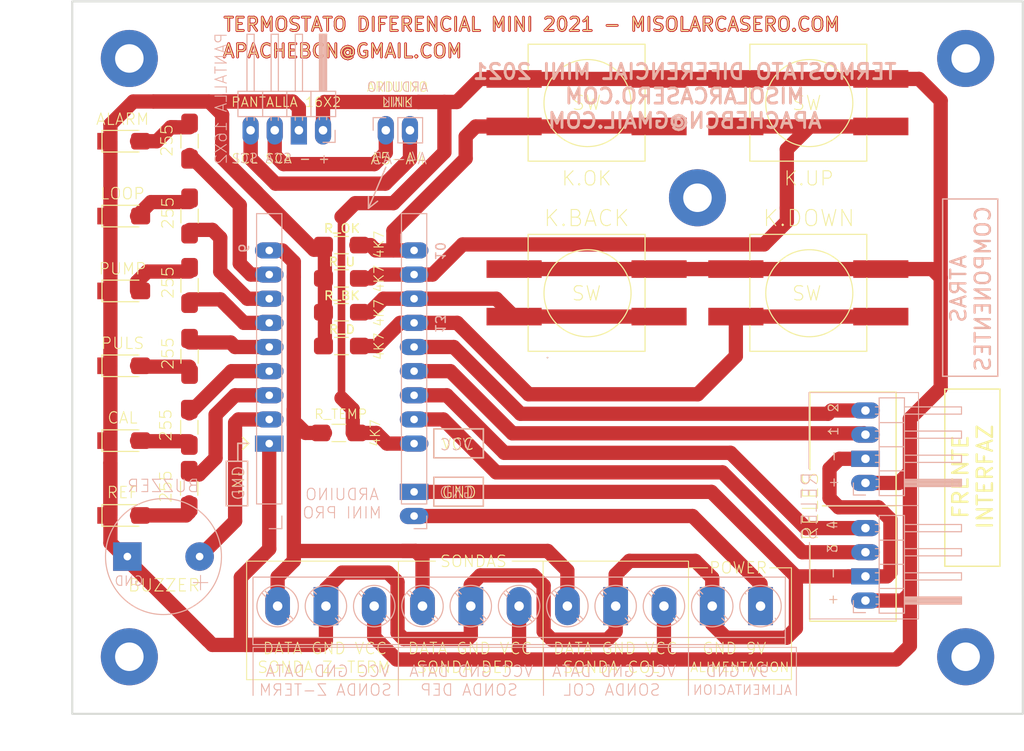
<source format=kicad_pcb>
(kicad_pcb (version 20171130) (host pcbnew 5.1.10)

  (general
    (thickness 1.6)
    (drawings 161)
    (tracks 270)
    (zones 0)
    (modules 34)
    (nets 28)
  )

  (page A4)
  (title_block
    (title "TERMOSTATO DIFERENCIAL")
    (company misolarcasero.com)
  )

  (layers
    (0 F.Cu power)
    (31 B.Cu jumper)
    (32 B.Adhes user)
    (33 F.Adhes user)
    (34 B.Paste user)
    (35 F.Paste user)
    (36 B.SilkS user)
    (37 F.SilkS user)
    (38 B.Mask user)
    (39 F.Mask user)
    (42 Eco1.User user)
    (43 Eco2.User user)
    (44 Edge.Cuts user)
    (45 Margin user)
    (46 B.CrtYd user)
    (47 F.CrtYd user)
    (48 B.Fab user)
  )

  (setup
    (last_trace_width 1.5)
    (user_trace_width 0.8)
    (user_trace_width 1)
    (user_trace_width 1.5)
    (trace_clearance 0.254)
    (zone_clearance 0.508)
    (zone_45_only no)
    (trace_min 0)
    (via_size 0.42)
    (via_drill 0.41)
    (via_min_size 0.4)
    (via_min_drill 0.408)
    (user_via 1.4 0.41)
    (uvia_size 1)
    (uvia_drill 0.127)
    (uvias_allowed no)
    (uvia_min_size 0.408)
    (uvia_min_drill 0.127)
    (edge_width 0.2)
    (segment_width 0.2)
    (pcb_text_width 0.1)
    (pcb_text_size 1 1)
    (mod_edge_width 0.15)
    (mod_text_size 1 1)
    (mod_text_width 0.15)
    (pad_size 2 1.75)
    (pad_drill 0)
    (pad_to_mask_clearance 0)
    (aux_axis_origin 165.748 80.13)
    (visible_elements FFFFFF7F)
    (pcbplotparams
      (layerselection 0x010f0_ffffffff)
      (usegerberextensions true)
      (usegerberattributes true)
      (usegerberadvancedattributes true)
      (creategerberjobfile false)
      (gerberprecision 5)
      (excludeedgelayer false)
      (linewidth 0.150000)
      (plotframeref false)
      (viasonmask true)
      (mode 1)
      (useauxorigin true)
      (hpglpennumber 1)
      (hpglpenspeed 20)
      (hpglpendiameter 15.000000)
      (psnegative false)
      (psa4output false)
      (plotreference true)
      (plotvalue true)
      (plotinvisibletext false)
      (padsonsilk true)
      (subtractmaskfromsilk false)
      (outputformat 1)
      (mirror false)
      (drillshape 0)
      (scaleselection 1)
      (outputdirectory "./GERBER/"))
  )

  (net 0 "")
  (net 1 GND)
  (net 2 VCC)
  (net 3 "Net-(A4-A5-Pad1)")
  (net 4 "Net-(A4-A5-Pad2)")
  (net 5 "Net-(LED_ALARMA1-Pad2)")
  (net 6 /RAW9V)
  (net 7 /PIN-9)
  (net 8 /PIN-8)
  (net 9 /PIN-5)
  (net 10 /PIN-4)
  (net 11 /PIN-3)
  (net 12 /PIN-2)
  (net 13 /PIN-A3)
  (net 14 /PIN-A2)
  (net 15 /PIN-A1)
  (net 16 /PIN-A0)
  (net 17 /PIN-13)
  (net 18 /PIN-12)
  (net 19 /PIN-11)
  (net 20 /PIN-10)
  (net 21 /PIN-6)
  (net 22 /PIN-7)
  (net 23 "Net-(LED_CALENTADOR1-Pad2)")
  (net 24 "Net-(LED_LOOP1-Pad2)")
  (net 25 "Net-(LED_PUMP1-Pad2)")
  (net 26 "Net-(LED_PUMP_PULS1-Pad2)")
  (net 27 "Net-(LED_REFRIGERADOR1-Pad2)")

  (net_class Default "This is the default net class."
    (clearance 0.254)
    (trace_width 1.2)
    (via_dia 0.42)
    (via_drill 0.41)
    (uvia_dia 1)
    (uvia_drill 0.127)
    (add_net /PIN-10)
    (add_net /PIN-11)
    (add_net /PIN-12)
    (add_net /PIN-13)
    (add_net /PIN-2)
    (add_net /PIN-3)
    (add_net /PIN-4)
    (add_net /PIN-5)
    (add_net /PIN-6)
    (add_net /PIN-7)
    (add_net /PIN-8)
    (add_net /PIN-9)
    (add_net /PIN-A0)
    (add_net /PIN-A1)
    (add_net /PIN-A2)
    (add_net /PIN-A3)
    (add_net /RAW9V)
    (add_net GND)
    (add_net "Net-(A4-A5-Pad1)")
    (add_net "Net-(A4-A5-Pad2)")
    (add_net "Net-(LED_ALARMA1-Pad2)")
    (add_net "Net-(LED_CALENTADOR1-Pad2)")
    (add_net "Net-(LED_LOOP1-Pad2)")
    (add_net "Net-(LED_PUMP1-Pad2)")
    (add_net "Net-(LED_PUMP_PULS1-Pad2)")
    (add_net "Net-(LED_REFRIGERADOR1-Pad2)")
    (add_net VCC)
  )

  (net_class "pista fina" ""
    (clearance 0.254)
    (trace_width 0.8)
    (via_dia 1)
    (via_drill 0.635)
    (uvia_dia 1)
    (uvia_drill 0.127)
  )

  (net_class pista_super_fina ""
    (clearance 0.254)
    (trace_width 0.6)
    (via_dia 1)
    (via_drill 0.635)
    (uvia_dia 1)
    (uvia_drill 0.127)
  )

  (module Termostato-Diferencial-Mini:R_1206_3216Metric (layer F.Cu) (tedit 613113A3) (tstamp 61202A8B)
    (at 128.0526 93.889 90)
    (descr "Resistor SMD 1206 (3216 Metric), square (rectangular) end terminal, IPC_7351 nominal, (Body size source: IPC-SM-782 page 72, https://www.pcb-3d.com/wordpress/wp-content/uploads/ipc-sm-782a_amendment_1_and_2.pdf), generated with kicad-footprint-generator")
    (tags resistor)
    (path /613C9381)
    (attr smd)
    (fp_text reference R_L_C_R1 (at 0 -1.82 90) (layer F.SilkS) hide
      (effects (font (size 1 1) (thickness 0.15)))
    )
    (fp_text value 255 (at 0.202 -2.4619 90) (layer F.SilkS)
      (effects (font (size 1.2 1.2) (thickness 0.1)))
    )
    (fp_text user %R (at 0 0 90) (layer F.Fab) hide
      (effects (font (size 0.8 0.8) (thickness 0.12)))
    )
    (fp_line (start -1.6 0.8) (end -1.6 -0.8) (layer F.Fab) (width 0.1))
    (fp_line (start -1.6 -0.8) (end 1.6 -0.8) (layer F.Fab) (width 0.1))
    (fp_line (start 1.6 -0.8) (end 1.6 0.8) (layer F.Fab) (width 0.1))
    (fp_line (start 1.6 0.8) (end -1.6 0.8) (layer F.Fab) (width 0.1))
    (fp_line (start -0.727064 -0.91) (end 0.727064 -0.91) (layer F.SilkS) (width 0.12))
    (fp_line (start -0.727064 0.91) (end 0.727064 0.91) (layer F.SilkS) (width 0.12))
    (fp_line (start -2.28 1.12) (end -2.28 -1.12) (layer F.CrtYd) (width 0.05))
    (fp_line (start -2.28 -1.12) (end 2.28 -1.12) (layer F.CrtYd) (width 0.05))
    (fp_line (start 2.28 -1.12) (end 2.28 1.12) (layer F.CrtYd) (width 0.05))
    (fp_line (start 2.28 1.12) (end -2.28 1.12) (layer F.CrtYd) (width 0.05))
    (pad 1 smd roundrect (at -1.4625 0 90) (size 2 1.75) (drill (offset -0.43 0)) (layers F.Cu F.Paste F.Mask) (roundrect_rratio 0.222)
      (net 27 "Net-(LED_REFRIGERADOR1-Pad2)"))
    (pad 2 smd roundrect (at 1.4625 0 90) (size 2 1.75) (drill (offset 0.43 0)) (layers F.Cu F.Paste F.Mask) (roundrect_rratio 0.222)
      (net 11 /PIN-3))
    (model ${KISYS3DMOD}/Resistor_SMD.3dshapes/R_1206_3216Metric.wrl
      (at (xyz 0 0 0))
      (scale (xyz 1 1 1))
      (rotate (xyz 0 0 0))
    )
  )

  (module Termostato-Diferencial-Mini:R_1206_3216Metric (layer F.Cu) (tedit 613113A3) (tstamp 60FA450A)
    (at 143.8024 88.0548)
    (descr "Resistor SMD 1206 (3216 Metric), square (rectangular) end terminal, IPC_7351 nominal, (Body size source: IPC-SM-782 page 72, https://www.pcb-3d.com/wordpress/wp-content/uploads/ipc-sm-782a_amendment_1_and_2.pdf), generated with kicad-footprint-generator")
    (tags resistor)
    (path /573AB94E)
    (attr smd)
    (fp_text reference R_TEMP1 (at -0.216 2.375) (layer F.SilkS) hide
      (effects (font (size 1 1) (thickness 0.1)))
    )
    (fp_text value 4K7 (at 0 1.82) (layer F.Fab)
      (effects (font (size 1 1) (thickness 0.15)))
    )
    (fp_text user %R (at 0 0) (layer F.Fab) hide
      (effects (font (size 0.8 0.8) (thickness 0.12)))
    )
    (fp_line (start -1.6 0.8) (end -1.6 -0.8) (layer F.Fab) (width 0.1))
    (fp_line (start -1.6 -0.8) (end 1.6 -0.8) (layer F.Fab) (width 0.1))
    (fp_line (start 1.6 -0.8) (end 1.6 0.8) (layer F.Fab) (width 0.1))
    (fp_line (start 1.6 0.8) (end -1.6 0.8) (layer F.Fab) (width 0.1))
    (fp_line (start -0.727064 -0.91) (end 0.727064 -0.91) (layer F.SilkS) (width 0.12))
    (fp_line (start -0.727064 0.91) (end 0.727064 0.91) (layer F.SilkS) (width 0.12))
    (fp_line (start -2.28 1.12) (end -2.28 -1.12) (layer F.CrtYd) (width 0.05))
    (fp_line (start -2.28 -1.12) (end 2.28 -1.12) (layer F.CrtYd) (width 0.05))
    (fp_line (start 2.28 -1.12) (end 2.28 1.12) (layer F.CrtYd) (width 0.05))
    (fp_line (start 2.28 1.12) (end -2.28 1.12) (layer F.CrtYd) (width 0.05))
    (pad 1 smd roundrect (at -1.4625 0) (size 2 1.75) (drill (offset -0.43 0)) (layers F.Cu F.Paste F.Mask) (roundrect_rratio 0.222)
      (net 7 /PIN-9))
    (pad 2 smd roundrect (at 1.4625 0) (size 2 1.75) (drill (offset 0.43 0)) (layers F.Cu F.Paste F.Mask) (roundrect_rratio 0.222)
      (net 2 VCC))
    (model ${KISYS3DMOD}/Resistor_SMD.3dshapes/R_1206_3216Metric.wrl
      (at (xyz 0 0 0))
      (scale (xyz 1 1 1))
      (rotate (xyz 0 0 0))
    )
  )

  (module Termostato-Diferencial-Mini:R_1206_3216Metric (layer F.Cu) (tedit 613113A3) (tstamp 6128F7C7)
    (at 144.0742 78.9108)
    (descr "Resistor SMD 1206 (3216 Metric), square (rectangular) end terminal, IPC_7351 nominal, (Body size source: IPC-SM-782 page 72, https://www.pcb-3d.com/wordpress/wp-content/uploads/ipc-sm-782a_amendment_1_and_2.pdf), generated with kicad-footprint-generator")
    (tags resistor)
    (path /573A891A)
    (attr smd)
    (fp_text reference R_D1 (at -3.4782 -0.0508 90) (layer F.SilkS) hide
      (effects (font (size 0.6 0.6) (thickness 0.1)))
    )
    (fp_text value 4K7 (at 0 1.82) (layer F.Fab)
      (effects (font (size 1 1) (thickness 0.15)))
    )
    (fp_text user %R (at 0 0) (layer F.Fab) hide
      (effects (font (size 0.8 0.8) (thickness 0.12)))
    )
    (fp_line (start -1.6 0.8) (end -1.6 -0.8) (layer F.Fab) (width 0.1))
    (fp_line (start -1.6 -0.8) (end 1.6 -0.8) (layer F.Fab) (width 0.1))
    (fp_line (start 1.6 -0.8) (end 1.6 0.8) (layer F.Fab) (width 0.1))
    (fp_line (start 1.6 0.8) (end -1.6 0.8) (layer F.Fab) (width 0.1))
    (fp_line (start -0.727064 -0.91) (end 0.727064 -0.91) (layer F.SilkS) (width 0.12))
    (fp_line (start -0.727064 0.91) (end 0.727064 0.91) (layer F.SilkS) (width 0.12))
    (fp_line (start -2.28 1.12) (end -2.28 -1.12) (layer F.CrtYd) (width 0.05))
    (fp_line (start -2.28 -1.12) (end 2.28 -1.12) (layer F.CrtYd) (width 0.05))
    (fp_line (start 2.28 -1.12) (end 2.28 1.12) (layer F.CrtYd) (width 0.05))
    (fp_line (start 2.28 1.12) (end -2.28 1.12) (layer F.CrtYd) (width 0.05))
    (pad 1 smd roundrect (at -1.4625 0) (size 2 1.75) (drill (offset -0.43 0)) (layers F.Cu F.Paste F.Mask) (roundrect_rratio 0.222)
      (net 1 GND))
    (pad 2 smd roundrect (at 1.4625 0) (size 2 1.75) (drill (offset 0.43 0)) (layers F.Cu F.Paste F.Mask) (roundrect_rratio 0.222)
      (net 17 /PIN-13))
    (model ${KISYS3DMOD}/Resistor_SMD.3dshapes/R_1206_3216Metric.wrl
      (at (xyz 0 0 0))
      (scale (xyz 1 1 1))
      (rotate (xyz 0 0 0))
    )
  )

  (module Termostato-Diferencial-Mini:R_1206_3216Metric (layer F.Cu) (tedit 613113A3) (tstamp 6128F767)
    (at 144.0742 75.3548)
    (descr "Resistor SMD 1206 (3216 Metric), square (rectangular) end terminal, IPC_7351 nominal, (Body size source: IPC-SM-782 page 72, https://www.pcb-3d.com/wordpress/wp-content/uploads/ipc-sm-782a_amendment_1_and_2.pdf), generated with kicad-footprint-generator")
    (tags resistor)
    (path /573A8671)
    (attr smd)
    (fp_text reference R_BK1 (at -3.4782 -0.254 90) (layer F.SilkS) hide
      (effects (font (size 0.6 0.6) (thickness 0.1)))
    )
    (fp_text value 4K7 (at 0 1.82) (layer F.Fab)
      (effects (font (size 1 1) (thickness 0.15)))
    )
    (fp_text user %R (at 0 0) (layer F.Fab) hide
      (effects (font (size 0.8 0.8) (thickness 0.12)))
    )
    (fp_line (start -1.6 0.8) (end -1.6 -0.8) (layer F.Fab) (width 0.1))
    (fp_line (start -1.6 -0.8) (end 1.6 -0.8) (layer F.Fab) (width 0.1))
    (fp_line (start 1.6 -0.8) (end 1.6 0.8) (layer F.Fab) (width 0.1))
    (fp_line (start 1.6 0.8) (end -1.6 0.8) (layer F.Fab) (width 0.1))
    (fp_line (start -0.727064 -0.91) (end 0.727064 -0.91) (layer F.SilkS) (width 0.12))
    (fp_line (start -0.727064 0.91) (end 0.727064 0.91) (layer F.SilkS) (width 0.12))
    (fp_line (start -2.28 1.12) (end -2.28 -1.12) (layer F.CrtYd) (width 0.05))
    (fp_line (start -2.28 -1.12) (end 2.28 -1.12) (layer F.CrtYd) (width 0.05))
    (fp_line (start 2.28 -1.12) (end 2.28 1.12) (layer F.CrtYd) (width 0.05))
    (fp_line (start 2.28 1.12) (end -2.28 1.12) (layer F.CrtYd) (width 0.05))
    (pad 1 smd roundrect (at -1.4625 0) (size 2 1.75) (drill (offset -0.43 0)) (layers F.Cu F.Paste F.Mask) (roundrect_rratio 0.222)
      (net 1 GND))
    (pad 2 smd roundrect (at 1.4625 0) (size 2 1.75) (drill (offset 0.43 0)) (layers F.Cu F.Paste F.Mask) (roundrect_rratio 0.222)
      (net 18 /PIN-12))
    (model ${KISYS3DMOD}/Resistor_SMD.3dshapes/R_1206_3216Metric.wrl
      (at (xyz 0 0 0))
      (scale (xyz 1 1 1))
      (rotate (xyz 0 0 0))
    )
  )

  (module Termostato-Diferencial-Mini:R_1206_3216Metric (layer F.Cu) (tedit 613113A3) (tstamp 6128F797)
    (at 144.0742 71.7988)
    (descr "Resistor SMD 1206 (3216 Metric), square (rectangular) end terminal, IPC_7351 nominal, (Body size source: IPC-SM-782 page 72, https://www.pcb-3d.com/wordpress/wp-content/uploads/ipc-sm-782a_amendment_1_and_2.pdf), generated with kicad-footprint-generator")
    (tags resistor)
    (path /573A8CD6)
    (attr smd)
    (fp_text reference R_U1 (at -3.4782 -0.1524 90) (layer F.SilkS) hide
      (effects (font (size 0.6 0.6) (thickness 0.1)))
    )
    (fp_text value 4K7 (at 0 1.82) (layer F.Fab)
      (effects (font (size 1 1) (thickness 0.15)))
    )
    (fp_text user %R (at 0 0) (layer F.Fab) hide
      (effects (font (size 0.8 0.8) (thickness 0.12)))
    )
    (fp_line (start -1.6 0.8) (end -1.6 -0.8) (layer F.Fab) (width 0.1))
    (fp_line (start -1.6 -0.8) (end 1.6 -0.8) (layer F.Fab) (width 0.1))
    (fp_line (start 1.6 -0.8) (end 1.6 0.8) (layer F.Fab) (width 0.1))
    (fp_line (start 1.6 0.8) (end -1.6 0.8) (layer F.Fab) (width 0.1))
    (fp_line (start -0.727064 -0.91) (end 0.727064 -0.91) (layer F.SilkS) (width 0.12))
    (fp_line (start -0.727064 0.91) (end 0.727064 0.91) (layer F.SilkS) (width 0.12))
    (fp_line (start -2.28 1.12) (end -2.28 -1.12) (layer F.CrtYd) (width 0.05))
    (fp_line (start -2.28 -1.12) (end 2.28 -1.12) (layer F.CrtYd) (width 0.05))
    (fp_line (start 2.28 -1.12) (end 2.28 1.12) (layer F.CrtYd) (width 0.05))
    (fp_line (start 2.28 1.12) (end -2.28 1.12) (layer F.CrtYd) (width 0.05))
    (pad 1 smd roundrect (at -1.4625 0) (size 2 1.75) (drill (offset -0.43 0)) (layers F.Cu F.Paste F.Mask) (roundrect_rratio 0.222)
      (net 1 GND))
    (pad 2 smd roundrect (at 1.4625 0) (size 2 1.75) (drill (offset 0.43 0)) (layers F.Cu F.Paste F.Mask) (roundrect_rratio 0.222)
      (net 19 /PIN-11))
    (model ${KISYS3DMOD}/Resistor_SMD.3dshapes/R_1206_3216Metric.wrl
      (at (xyz 0 0 0))
      (scale (xyz 1 1 1))
      (rotate (xyz 0 0 0))
    )
  )

  (module Termostato-Diferencial-Mini:R_1206_3216Metric (layer F.Cu) (tedit 613113A3) (tstamp 6128FFDD)
    (at 144.0742 68.2936)
    (descr "Resistor SMD 1206 (3216 Metric), square (rectangular) end terminal, IPC_7351 nominal, (Body size source: IPC-SM-782 page 72, https://www.pcb-3d.com/wordpress/wp-content/uploads/ipc-sm-782a_amendment_1_and_2.pdf), generated with kicad-footprint-generator")
    (tags resistor)
    (path /573A8D1A)
    (attr smd)
    (fp_text reference R_OK1 (at -3.4782 0 90) (layer F.SilkS) hide
      (effects (font (size 0.6 0.6) (thickness 0.1)))
    )
    (fp_text value 4K7 (at 0 1.82) (layer F.Fab)
      (effects (font (size 1 1) (thickness 0.15)))
    )
    (fp_text user %R (at 0 0) (layer F.Fab) hide
      (effects (font (size 0.8 0.8) (thickness 0.12)))
    )
    (fp_line (start -1.6 0.8) (end -1.6 -0.8) (layer F.Fab) (width 0.1))
    (fp_line (start -1.6 -0.8) (end 1.6 -0.8) (layer F.Fab) (width 0.1))
    (fp_line (start 1.6 -0.8) (end 1.6 0.8) (layer F.Fab) (width 0.1))
    (fp_line (start 1.6 0.8) (end -1.6 0.8) (layer F.Fab) (width 0.1))
    (fp_line (start -0.727064 -0.91) (end 0.727064 -0.91) (layer F.SilkS) (width 0.12))
    (fp_line (start -0.727064 0.91) (end 0.727064 0.91) (layer F.SilkS) (width 0.12))
    (fp_line (start -2.28 1.12) (end -2.28 -1.12) (layer F.CrtYd) (width 0.05))
    (fp_line (start -2.28 -1.12) (end 2.28 -1.12) (layer F.CrtYd) (width 0.05))
    (fp_line (start 2.28 -1.12) (end 2.28 1.12) (layer F.CrtYd) (width 0.05))
    (fp_line (start 2.28 1.12) (end -2.28 1.12) (layer F.CrtYd) (width 0.05))
    (pad 1 smd roundrect (at -1.4625 0) (size 2 1.75) (drill (offset -0.43 0)) (layers F.Cu F.Paste F.Mask) (roundrect_rratio 0.222)
      (net 1 GND))
    (pad 2 smd roundrect (at 1.4625 0) (size 2 1.75) (drill (offset 0.43 0)) (layers F.Cu F.Paste F.Mask) (roundrect_rratio 0.222)
      (net 20 /PIN-10))
    (model ${KISYS3DMOD}/Resistor_SMD.3dshapes/R_1206_3216Metric.wrl
      (at (xyz 0 0 0))
      (scale (xyz 1 1 1))
      (rotate (xyz 0 0 0))
    )
  )

  (module Termostato-Diferencial-Mini:LED_1206_3216Metric (layer F.Cu) (tedit 613117EA) (tstamp 611FAE93)
    (at 121.1677 96.7326)
    (descr "LED SMD 1206 (3216 Metric), square (rectangular) end terminal, IPC_7351 nominal, (Body size source: http://www.tortai-tech.com/upload/download/2011102023233369053.pdf), generated with kicad-footprint-generator")
    (tags LED)
    (path /613C9377)
    (attr smd)
    (fp_text reference LED_REFRIGERADOR1 (at 0 -1.82) (layer F.SilkS) hide
      (effects (font (size 1 1) (thickness 0.15)))
    )
    (fp_text value LED (at 0 1.82) (layer F.Fab)
      (effects (font (size 1 1) (thickness 0.15)))
    )
    (fp_text user %R (at 0 0) (layer F.Fab)
      (effects (font (size 0.8 0.8) (thickness 0.12)))
    )
    (fp_line (start 1.6 -0.8) (end -1.2 -0.8) (layer F.Fab) (width 0.1))
    (fp_line (start -1.2 -0.8) (end -1.6 -0.4) (layer F.Fab) (width 0.1))
    (fp_line (start -1.6 -0.4) (end -1.6 0.8) (layer F.Fab) (width 0.1))
    (fp_line (start -1.6 0.8) (end 1.6 0.8) (layer F.Fab) (width 0.1))
    (fp_line (start 1.6 0.8) (end 1.6 -0.8) (layer F.Fab) (width 0.1))
    (fp_line (start 1.6 -1.135) (end -2.285 -1.135) (layer F.SilkS) (width 0.12))
    (fp_line (start -2.285 -1.135) (end -2.285 1.135) (layer F.SilkS) (width 0.12))
    (fp_line (start -2.285 1.135) (end 1.6 1.135) (layer F.SilkS) (width 0.12))
    (fp_line (start -2.28 1.12) (end -2.28 -1.12) (layer F.CrtYd) (width 0.05))
    (fp_line (start -2.28 -1.12) (end 2.28 -1.12) (layer F.CrtYd) (width 0.05))
    (fp_line (start 2.28 -1.12) (end 2.28 1.12) (layer F.CrtYd) (width 0.05))
    (fp_line (start 2.28 1.12) (end -2.28 1.12) (layer F.CrtYd) (width 0.05))
    (pad 1 smd rect (at -1.4 0) (size 2 1.75) (drill (offset -0.38 0)) (layers F.Cu F.Paste F.Mask)
      (net 1 GND))
    (pad 2 smd roundrect (at 1.4 0) (size 2 1.75) (drill (offset 0.38 0)) (layers F.Cu F.Paste F.Mask) (roundrect_rratio 0.2)
      (net 27 "Net-(LED_REFRIGERADOR1-Pad2)"))
    (model ${KISYS3DMOD}/LED_SMD.3dshapes/LED_1206_3216Metric.wrl
      (at (xyz 0 0 0))
      (scale (xyz 1 1 1))
      (rotate (xyz 0 0 0))
    )
  )

  (module Termostato-Diferencial-Mini:LED_1206_3216Metric (layer F.Cu) (tedit 613117E3) (tstamp 611FAE27)
    (at 121.1677 88.8626)
    (descr "LED SMD 1206 (3216 Metric), square (rectangular) end terminal, IPC_7351 nominal, (Body size source: http://www.tortai-tech.com/upload/download/2011102023233369053.pdf), generated with kicad-footprint-generator")
    (tags LED)
    (path /573A9407)
    (attr smd)
    (fp_text reference LED_CALENTADOR1 (at 0 -1.82) (layer F.SilkS) hide
      (effects (font (size 1 1) (thickness 0.15)))
    )
    (fp_text value LED (at 0 1.82) (layer F.Fab)
      (effects (font (size 1 1) (thickness 0.15)))
    )
    (fp_text user %R (at 0 0) (layer F.Fab)
      (effects (font (size 0.8 0.8) (thickness 0.12)))
    )
    (fp_line (start 1.6 -0.8) (end -1.2 -0.8) (layer F.Fab) (width 0.1))
    (fp_line (start -1.2 -0.8) (end -1.6 -0.4) (layer F.Fab) (width 0.1))
    (fp_line (start -1.6 -0.4) (end -1.6 0.8) (layer F.Fab) (width 0.1))
    (fp_line (start -1.6 0.8) (end 1.6 0.8) (layer F.Fab) (width 0.1))
    (fp_line (start 1.6 0.8) (end 1.6 -0.8) (layer F.Fab) (width 0.1))
    (fp_line (start 1.6 -1.135) (end -2.285 -1.135) (layer F.SilkS) (width 0.12))
    (fp_line (start -2.285 -1.135) (end -2.285 1.135) (layer F.SilkS) (width 0.12))
    (fp_line (start -2.285 1.135) (end 1.6 1.135) (layer F.SilkS) (width 0.12))
    (fp_line (start -2.28 1.12) (end -2.28 -1.12) (layer F.CrtYd) (width 0.05))
    (fp_line (start -2.28 -1.12) (end 2.28 -1.12) (layer F.CrtYd) (width 0.05))
    (fp_line (start 2.28 -1.12) (end 2.28 1.12) (layer F.CrtYd) (width 0.05))
    (fp_line (start 2.28 1.12) (end -2.28 1.12) (layer F.CrtYd) (width 0.05))
    (pad 1 smd rect (at -1.4 0) (size 2 1.75) (drill (offset -0.38 0)) (layers F.Cu F.Paste F.Mask)
      (net 1 GND))
    (pad 2 smd roundrect (at 1.4 0) (size 2 1.75) (drill (offset 0.38 0)) (layers F.Cu F.Paste F.Mask) (roundrect_rratio 0.2)
      (net 23 "Net-(LED_CALENTADOR1-Pad2)"))
    (model ${KISYS3DMOD}/LED_SMD.3dshapes/LED_1206_3216Metric.wrl
      (at (xyz 0 0 0))
      (scale (xyz 1 1 1))
      (rotate (xyz 0 0 0))
    )
  )

  (module Termostato-Diferencial-Mini:LED_1206_3216Metric (layer F.Cu) (tedit 613117DE) (tstamp 611FAF08)
    (at 121.1677 80.9886)
    (descr "LED SMD 1206 (3216 Metric), square (rectangular) end terminal, IPC_7351 nominal, (Body size source: http://www.tortai-tech.com/upload/download/2011102023233369053.pdf), generated with kicad-footprint-generator")
    (tags LED)
    (path /573AB974)
    (attr smd)
    (fp_text reference LED_PUMP_PULS1 (at 0 -1.82) (layer F.SilkS) hide
      (effects (font (size 1 1) (thickness 0.15)))
    )
    (fp_text value LED (at 0 1.82) (layer F.Fab)
      (effects (font (size 1 1) (thickness 0.15)))
    )
    (fp_text user %R (at 0 0) (layer F.Fab)
      (effects (font (size 0.8 0.8) (thickness 0.12)))
    )
    (fp_line (start 1.6 -0.8) (end -1.2 -0.8) (layer F.Fab) (width 0.1))
    (fp_line (start -1.2 -0.8) (end -1.6 -0.4) (layer F.Fab) (width 0.1))
    (fp_line (start -1.6 -0.4) (end -1.6 0.8) (layer F.Fab) (width 0.1))
    (fp_line (start -1.6 0.8) (end 1.6 0.8) (layer F.Fab) (width 0.1))
    (fp_line (start 1.6 0.8) (end 1.6 -0.8) (layer F.Fab) (width 0.1))
    (fp_line (start 1.6 -1.135) (end -2.285 -1.135) (layer F.SilkS) (width 0.12))
    (fp_line (start -2.285 -1.135) (end -2.285 1.135) (layer F.SilkS) (width 0.12))
    (fp_line (start -2.285 1.135) (end 1.6 1.135) (layer F.SilkS) (width 0.12))
    (fp_line (start -2.28 1.12) (end -2.28 -1.12) (layer F.CrtYd) (width 0.05))
    (fp_line (start -2.28 -1.12) (end 2.28 -1.12) (layer F.CrtYd) (width 0.05))
    (fp_line (start 2.28 -1.12) (end 2.28 1.12) (layer F.CrtYd) (width 0.05))
    (fp_line (start 2.28 1.12) (end -2.28 1.12) (layer F.CrtYd) (width 0.05))
    (pad 1 smd rect (at -1.4 0) (size 2 1.75) (drill (offset -0.38 0)) (layers F.Cu F.Paste F.Mask)
      (net 1 GND))
    (pad 2 smd roundrect (at 1.4 0) (size 2 1.75) (drill (offset 0.38 0)) (layers F.Cu F.Paste F.Mask) (roundrect_rratio 0.2)
      (net 26 "Net-(LED_PUMP_PULS1-Pad2)"))
    (model ${KISYS3DMOD}/LED_SMD.3dshapes/LED_1206_3216Metric.wrl
      (at (xyz 0 0 0))
      (scale (xyz 1 1 1))
      (rotate (xyz 0 0 0))
    )
  )

  (module Termostato-Diferencial-Mini:LED_1206_3216Metric (layer F.Cu) (tedit 613117D9) (tstamp 611FAED2)
    (at 121.1677 73.1146)
    (descr "LED SMD 1206 (3216 Metric), square (rectangular) end terminal, IPC_7351 nominal, (Body size source: http://www.tortai-tech.com/upload/download/2011102023233369053.pdf), generated with kicad-footprint-generator")
    (tags LED)
    (path /573ABE56)
    (attr smd)
    (fp_text reference LED_PUMP1 (at 0 -1.82) (layer F.SilkS) hide
      (effects (font (size 1 1) (thickness 0.15)))
    )
    (fp_text value LED (at 0 1.82) (layer F.Fab)
      (effects (font (size 1 1) (thickness 0.15)))
    )
    (fp_text user %R (at 0 0) (layer F.Fab)
      (effects (font (size 0.8 0.8) (thickness 0.12)))
    )
    (fp_line (start 1.6 -0.8) (end -1.2 -0.8) (layer F.Fab) (width 0.1))
    (fp_line (start -1.2 -0.8) (end -1.6 -0.4) (layer F.Fab) (width 0.1))
    (fp_line (start -1.6 -0.4) (end -1.6 0.8) (layer F.Fab) (width 0.1))
    (fp_line (start -1.6 0.8) (end 1.6 0.8) (layer F.Fab) (width 0.1))
    (fp_line (start 1.6 0.8) (end 1.6 -0.8) (layer F.Fab) (width 0.1))
    (fp_line (start 1.6 -1.135) (end -2.285 -1.135) (layer F.SilkS) (width 0.12))
    (fp_line (start -2.285 -1.135) (end -2.285 1.135) (layer F.SilkS) (width 0.12))
    (fp_line (start -2.285 1.135) (end 1.6 1.135) (layer F.SilkS) (width 0.12))
    (fp_line (start -2.28 1.12) (end -2.28 -1.12) (layer F.CrtYd) (width 0.05))
    (fp_line (start -2.28 -1.12) (end 2.28 -1.12) (layer F.CrtYd) (width 0.05))
    (fp_line (start 2.28 -1.12) (end 2.28 1.12) (layer F.CrtYd) (width 0.05))
    (fp_line (start 2.28 1.12) (end -2.28 1.12) (layer F.CrtYd) (width 0.05))
    (pad 1 smd rect (at -1.4 0) (size 2 1.75) (drill (offset -0.38 0)) (layers F.Cu F.Paste F.Mask)
      (net 1 GND))
    (pad 2 smd roundrect (at 1.4 0) (size 2 1.75) (drill (offset 0.38 0)) (layers F.Cu F.Paste F.Mask) (roundrect_rratio 0.2)
      (net 25 "Net-(LED_PUMP1-Pad2)"))
    (model ${KISYS3DMOD}/LED_SMD.3dshapes/LED_1206_3216Metric.wrl
      (at (xyz 0 0 0))
      (scale (xyz 1 1 1))
      (rotate (xyz 0 0 0))
    )
  )

  (module Termostato-Diferencial-Mini:LED_1206_3216Metric (layer F.Cu) (tedit 613117D4) (tstamp 611FAF4A)
    (at 121.1677 65.2406)
    (descr "LED SMD 1206 (3216 Metric), square (rectangular) end terminal, IPC_7351 nominal, (Body size source: http://www.tortai-tech.com/upload/download/2011102023233369053.pdf), generated with kicad-footprint-generator")
    (tags LED)
    (path /573ABFC4)
    (attr smd)
    (fp_text reference LED_LOOP1 (at 0 -1.82) (layer F.SilkS) hide
      (effects (font (size 1 1) (thickness 0.15)))
    )
    (fp_text value LED (at 0 1.82) (layer F.Fab)
      (effects (font (size 1 1) (thickness 0.15)))
    )
    (fp_text user %R (at 0 0) (layer F.Fab)
      (effects (font (size 0.8 0.8) (thickness 0.12)))
    )
    (fp_line (start 1.6 -0.8) (end -1.2 -0.8) (layer F.Fab) (width 0.1))
    (fp_line (start -1.2 -0.8) (end -1.6 -0.4) (layer F.Fab) (width 0.1))
    (fp_line (start -1.6 -0.4) (end -1.6 0.8) (layer F.Fab) (width 0.1))
    (fp_line (start -1.6 0.8) (end 1.6 0.8) (layer F.Fab) (width 0.1))
    (fp_line (start 1.6 0.8) (end 1.6 -0.8) (layer F.Fab) (width 0.1))
    (fp_line (start 1.6 -1.135) (end -2.285 -1.135) (layer F.SilkS) (width 0.12))
    (fp_line (start -2.285 -1.135) (end -2.285 1.135) (layer F.SilkS) (width 0.12))
    (fp_line (start -2.285 1.135) (end 1.6 1.135) (layer F.SilkS) (width 0.12))
    (fp_line (start -2.28 1.12) (end -2.28 -1.12) (layer F.CrtYd) (width 0.05))
    (fp_line (start -2.28 -1.12) (end 2.28 -1.12) (layer F.CrtYd) (width 0.05))
    (fp_line (start 2.28 -1.12) (end 2.28 1.12) (layer F.CrtYd) (width 0.05))
    (fp_line (start 2.28 1.12) (end -2.28 1.12) (layer F.CrtYd) (width 0.05))
    (pad 1 smd rect (at -1.4 0) (size 2 1.75) (drill (offset -0.38 0)) (layers F.Cu F.Paste F.Mask)
      (net 1 GND))
    (pad 2 smd roundrect (at 1.4 0) (size 2 1.75) (drill (offset 0.38 0)) (layers F.Cu F.Paste F.Mask) (roundrect_rratio 0.2)
      (net 24 "Net-(LED_LOOP1-Pad2)"))
    (model ${KISYS3DMOD}/LED_SMD.3dshapes/LED_1206_3216Metric.wrl
      (at (xyz 0 0 0))
      (scale (xyz 1 1 1))
      (rotate (xyz 0 0 0))
    )
  )

  (module LED_SMD:LED_1206_3216Metric (layer F.Cu) (tedit 613117CF) (tstamp 611FAE5D)
    (at 121.1677 57.3666)
    (descr "LED SMD 1206 (3216 Metric), square (rectangular) end terminal, IPC_7351 nominal, (Body size source: http://www.tortai-tech.com/upload/download/2011102023233369053.pdf), generated with kicad-footprint-generator")
    (tags LED)
    (path /573AC210)
    (attr smd)
    (fp_text reference LED_ALARMA1 (at 0 -1.82) (layer F.SilkS) hide
      (effects (font (size 1 1) (thickness 0.15)))
    )
    (fp_text value LED (at 0 1.82) (layer F.Fab) hide
      (effects (font (size 1 1) (thickness 0.15)))
    )
    (fp_line (start 2.28 1.12) (end -2.28 1.12) (layer F.CrtYd) (width 0.05))
    (fp_line (start 2.28 -1.12) (end 2.28 1.12) (layer F.CrtYd) (width 0.05))
    (fp_line (start -2.28 -1.12) (end 2.28 -1.12) (layer F.CrtYd) (width 0.05))
    (fp_line (start -2.28 1.12) (end -2.28 -1.12) (layer F.CrtYd) (width 0.05))
    (fp_line (start -2.285 1.135) (end 1.6 1.135) (layer F.SilkS) (width 0.12))
    (fp_line (start -2.285 -1.135) (end -2.285 1.135) (layer F.SilkS) (width 0.12))
    (fp_line (start 1.6 -1.135) (end -2.285 -1.135) (layer F.SilkS) (width 0.12))
    (fp_line (start 1.6 0.8) (end 1.6 -0.8) (layer F.Fab) (width 0.1))
    (fp_line (start -1.6 0.8) (end 1.6 0.8) (layer F.Fab) (width 0.1))
    (fp_line (start -1.6 -0.4) (end -1.6 0.8) (layer F.Fab) (width 0.1))
    (fp_line (start -1.2 -0.8) (end -1.6 -0.4) (layer F.Fab) (width 0.1))
    (fp_line (start 1.6 -0.8) (end -1.2 -0.8) (layer F.Fab) (width 0.1))
    (fp_text user %R (at 0 0) (layer F.Fab) hide
      (effects (font (size 0.8 0.8) (thickness 0.12)))
    )
    (pad 1 smd rect (at -1.4 0) (size 2 1.75) (drill (offset -0.38 0)) (layers F.Cu F.Paste F.Mask)
      (net 1 GND))
    (pad 2 smd roundrect (at 1.4 0) (size 2 1.75) (drill (offset 0.38 0)) (layers F.Cu F.Paste F.Mask) (roundrect_rratio 0.2)
      (net 5 "Net-(LED_ALARMA1-Pad2)"))
    (model ${KISYS3DMOD}/LED_SMD.3dshapes/LED_1206_3216Metric.wrl
      (at (xyz 0 0 0))
      (scale (xyz 1 1 1))
      (rotate (xyz 0 0 0))
    )
  )

  (module Termostato-Diferencial-Mini:R_1206_3216Metric (layer F.Cu) (tedit 613113A3) (tstamp 61202A0F)
    (at 128.0687 87.464 90)
    (descr "Resistor SMD 1206 (3216 Metric), square (rectangular) end terminal, IPC_7351 nominal, (Body size source: IPC-SM-782 page 72, https://www.pcb-3d.com/wordpress/wp-content/uploads/ipc-sm-782a_amendment_1_and_2.pdf), generated with kicad-footprint-generator")
    (tags resistor)
    (path /573A990B)
    (attr smd)
    (fp_text reference R_L_C1 (at 0 -1.82 90) (layer F.SilkS) hide
      (effects (font (size 1 1) (thickness 0.15)))
    )
    (fp_text value 255 (at 0.23 -2.478 90) (layer F.SilkS)
      (effects (font (size 1.2 1.2) (thickness 0.1)))
    )
    (fp_text user %R (at 0 0 90) (layer F.Fab) hide
      (effects (font (size 0.8 0.8) (thickness 0.12)))
    )
    (fp_line (start -1.6 0.8) (end -1.6 -0.8) (layer F.Fab) (width 0.1))
    (fp_line (start -1.6 -0.8) (end 1.6 -0.8) (layer F.Fab) (width 0.1))
    (fp_line (start 1.6 -0.8) (end 1.6 0.8) (layer F.Fab) (width 0.1))
    (fp_line (start 1.6 0.8) (end -1.6 0.8) (layer F.Fab) (width 0.1))
    (fp_line (start -0.727064 -0.91) (end 0.727064 -0.91) (layer F.SilkS) (width 0.12))
    (fp_line (start -0.727064 0.91) (end 0.727064 0.91) (layer F.SilkS) (width 0.12))
    (fp_line (start -2.28 1.12) (end -2.28 -1.12) (layer F.CrtYd) (width 0.05))
    (fp_line (start -2.28 -1.12) (end 2.28 -1.12) (layer F.CrtYd) (width 0.05))
    (fp_line (start 2.28 -1.12) (end 2.28 1.12) (layer F.CrtYd) (width 0.05))
    (fp_line (start 2.28 1.12) (end -2.28 1.12) (layer F.CrtYd) (width 0.05))
    (pad 1 smd roundrect (at -1.4625 0 90) (size 2 1.75) (drill (offset -0.43 0)) (layers F.Cu F.Paste F.Mask) (roundrect_rratio 0.222)
      (net 23 "Net-(LED_CALENTADOR1-Pad2)"))
    (pad 2 smd roundrect (at 1.4625 0 90) (size 2 1.75) (drill (offset 0.43 0)) (layers F.Cu F.Paste F.Mask) (roundrect_rratio 0.222)
      (net 10 /PIN-4))
    (model ${KISYS3DMOD}/Resistor_SMD.3dshapes/R_1206_3216Metric.wrl
      (at (xyz 0 0 0))
      (scale (xyz 1 1 1))
      (rotate (xyz 0 0 0))
    )
  )

  (module Termostato-Diferencial-Mini:R_1206_3216Metric (layer F.Cu) (tedit 613113A3) (tstamp 611FAB33)
    (at 128.0967 80 90)
    (descr "Resistor SMD 1206 (3216 Metric), square (rectangular) end terminal, IPC_7351 nominal, (Body size source: IPC-SM-782 page 72, https://www.pcb-3d.com/wordpress/wp-content/uploads/ipc-sm-782a_amendment_1_and_2.pdf), generated with kicad-footprint-generator")
    (tags resistor)
    (path /573A9D56)
    (attr smd)
    (fp_text reference R_L_P1 (at 2.54 -1.82 90) (layer F.SilkS) hide
      (effects (font (size 1 1) (thickness 0.15)))
    )
    (fp_text value 255 (at 0.3096 -2.2821 90) (layer F.SilkS)
      (effects (font (size 1.2 1.2) (thickness 0.1)))
    )
    (fp_text user %R (at 0 0 90) (layer F.Fab) hide
      (effects (font (size 0.8 0.8) (thickness 0.12)))
    )
    (fp_line (start -1.6 0.8) (end -1.6 -0.8) (layer F.Fab) (width 0.1))
    (fp_line (start -1.6 -0.8) (end 1.6 -0.8) (layer F.Fab) (width 0.1))
    (fp_line (start 1.6 -0.8) (end 1.6 0.8) (layer F.Fab) (width 0.1))
    (fp_line (start 1.6 0.8) (end -1.6 0.8) (layer F.Fab) (width 0.1))
    (fp_line (start -0.727064 -0.91) (end 0.727064 -0.91) (layer F.SilkS) (width 0.12))
    (fp_line (start -0.727064 0.91) (end 0.727064 0.91) (layer F.SilkS) (width 0.12))
    (fp_line (start -2.28 1.12) (end -2.28 -1.12) (layer F.CrtYd) (width 0.05))
    (fp_line (start -2.28 -1.12) (end 2.28 -1.12) (layer F.CrtYd) (width 0.05))
    (fp_line (start 2.28 -1.12) (end 2.28 1.12) (layer F.CrtYd) (width 0.05))
    (fp_line (start 2.28 1.12) (end -2.28 1.12) (layer F.CrtYd) (width 0.05))
    (pad 1 smd roundrect (at -1.4625 0 90) (size 2 1.75) (drill (offset -0.43 0)) (layers F.Cu F.Paste F.Mask) (roundrect_rratio 0.222)
      (net 26 "Net-(LED_PUMP_PULS1-Pad2)"))
    (pad 2 smd roundrect (at 1.4625 0 90) (size 2 1.75) (drill (offset 0.43 0)) (layers F.Cu F.Paste F.Mask) (roundrect_rratio 0.222)
      (net 9 /PIN-5))
    (model ${KISYS3DMOD}/Resistor_SMD.3dshapes/R_1206_3216Metric.wrl
      (at (xyz 0 0 0))
      (scale (xyz 1 1 1))
      (rotate (xyz 0 0 0))
    )
  )

  (module Termostato-Diferencial-Mini:R_1206_3216Metric (layer F.Cu) (tedit 613113A3) (tstamp 611FAAD3)
    (at 128.0967 72.54 270)
    (descr "Resistor SMD 1206 (3216 Metric), square (rectangular) end terminal, IPC_7351 nominal, (Body size source: IPC-SM-782 page 72, https://www.pcb-3d.com/wordpress/wp-content/uploads/ipc-sm-782a_amendment_1_and_2.pdf), generated with kicad-footprint-generator")
    (tags resistor)
    (path /573A9FC1)
    (attr smd)
    (fp_text reference R_L_B1 (at 2.54 -1.82 90) (layer F.SilkS) hide
      (effects (font (size 1 1) (thickness 0.15)))
    )
    (fp_text value 255 (at -0.3096 2.2821 90) (layer F.SilkS)
      (effects (font (size 1.2 1.2) (thickness 0.1)))
    )
    (fp_text user %R (at 0 0 90) (layer F.Fab) hide
      (effects (font (size 0.8 0.8) (thickness 0.12)))
    )
    (fp_line (start -1.6 0.8) (end -1.6 -0.8) (layer F.Fab) (width 0.1))
    (fp_line (start -1.6 -0.8) (end 1.6 -0.8) (layer F.Fab) (width 0.1))
    (fp_line (start 1.6 -0.8) (end 1.6 0.8) (layer F.Fab) (width 0.1))
    (fp_line (start 1.6 0.8) (end -1.6 0.8) (layer F.Fab) (width 0.1))
    (fp_line (start -0.727064 -0.91) (end 0.727064 -0.91) (layer F.SilkS) (width 0.12))
    (fp_line (start -0.727064 0.91) (end 0.727064 0.91) (layer F.SilkS) (width 0.12))
    (fp_line (start -2.28 1.12) (end -2.28 -1.12) (layer F.CrtYd) (width 0.05))
    (fp_line (start -2.28 -1.12) (end 2.28 -1.12) (layer F.CrtYd) (width 0.05))
    (fp_line (start 2.28 -1.12) (end 2.28 1.12) (layer F.CrtYd) (width 0.05))
    (fp_line (start 2.28 1.12) (end -2.28 1.12) (layer F.CrtYd) (width 0.05))
    (pad 1 smd roundrect (at -1.4625 0 270) (size 2 1.75) (drill (offset -0.43 0)) (layers F.Cu F.Paste F.Mask) (roundrect_rratio 0.222)
      (net 25 "Net-(LED_PUMP1-Pad2)"))
    (pad 2 smd roundrect (at 1.4625 0 270) (size 2 1.75) (drill (offset 0.43 0)) (layers F.Cu F.Paste F.Mask) (roundrect_rratio 0.222)
      (net 21 /PIN-6))
    (model ${KISYS3DMOD}/Resistor_SMD.3dshapes/R_1206_3216Metric.wrl
      (at (xyz 0 0 0))
      (scale (xyz 1 1 1))
      (rotate (xyz 0 0 0))
    )
  )

  (module Resistor_SMD:R_1206_3216Metric (layer F.Cu) (tedit 6131156D) (tstamp 611FAB03)
    (at 128.0967 65.2306 270)
    (descr "Resistor SMD 1206 (3216 Metric), square (rectangular) end terminal, IPC_7351 nominal, (Body size source: IPC-SM-782 page 72, https://www.pcb-3d.com/wordpress/wp-content/uploads/ipc-sm-782a_amendment_1_and_2.pdf), generated with kicad-footprint-generator")
    (tags resistor)
    (path /573AA195)
    (attr smd)
    (fp_text reference R_L_W1 (at 2.54 -1.82 90) (layer F.SilkS) hide
      (effects (font (size 1 1) (thickness 0.15)))
    )
    (fp_text value 255 (at -0.3096 2.2821 90) (layer F.SilkS)
      (effects (font (size 1.2 1.2) (thickness 0.1)))
    )
    (fp_line (start 2.28 1.12) (end -2.28 1.12) (layer F.CrtYd) (width 0.05))
    (fp_line (start 2.28 -1.12) (end 2.28 1.12) (layer F.CrtYd) (width 0.05))
    (fp_line (start -2.28 -1.12) (end 2.28 -1.12) (layer F.CrtYd) (width 0.05))
    (fp_line (start -2.28 1.12) (end -2.28 -1.12) (layer F.CrtYd) (width 0.05))
    (fp_line (start -0.727064 0.91) (end 0.727064 0.91) (layer F.SilkS) (width 0.12))
    (fp_line (start -0.727064 -0.91) (end 0.727064 -0.91) (layer F.SilkS) (width 0.12))
    (fp_line (start 1.6 0.8) (end -1.6 0.8) (layer F.Fab) (width 0.1))
    (fp_line (start 1.6 -0.8) (end 1.6 0.8) (layer F.Fab) (width 0.1))
    (fp_line (start -1.6 -0.8) (end 1.6 -0.8) (layer F.Fab) (width 0.1))
    (fp_line (start -1.6 0.8) (end -1.6 -0.8) (layer F.Fab) (width 0.1))
    (fp_text user %R (at 0 0 90) (layer F.Fab) hide
      (effects (font (size 0.8 0.8) (thickness 0.12)))
    )
    (pad 1 smd roundrect (at -1.4625 0 270) (size 2 1.75) (drill (offset -0.43 0)) (layers F.Cu F.Paste F.Mask) (roundrect_rratio 0.222)
      (net 24 "Net-(LED_LOOP1-Pad2)"))
    (pad 2 smd roundrect (at 1.4625 0 270) (size 2 1.75) (drill (offset 0.43 0)) (layers F.Cu F.Paste F.Mask) (roundrect_rratio 0.222)
      (net 22 /PIN-7))
    (model ${KISYS3DMOD}/Resistor_SMD.3dshapes/R_1206_3216Metric.wrl
      (at (xyz 0 0 0))
      (scale (xyz 1 1 1))
      (rotate (xyz 0 0 0))
    )
  )

  (module Resistor_SMD:R_1206_3216Metric (layer F.Cu) (tedit 613113A3) (tstamp 611FAA67)
    (at 128.0967 57.3566 270)
    (descr "Resistor SMD 1206 (3216 Metric), square (rectangular) end terminal, IPC_7351 nominal, (Body size source: IPC-SM-782 page 72, https://www.pcb-3d.com/wordpress/wp-content/uploads/ipc-sm-782a_amendment_1_and_2.pdf), generated with kicad-footprint-generator")
    (tags resistor)
    (path /573AA3C6)
    (attr smd)
    (fp_text reference R_L_A1 (at 2.54 -1.82 270) (layer F.SilkS) hide
      (effects (font (size 1 1) (thickness 0.15)))
    )
    (fp_text value 255 (at -0.0796 2.3921 270) (layer F.SilkS)
      (effects (font (size 1.2 1.2) (thickness 0.1)))
    )
    (fp_line (start 2.28 1.12) (end -2.28 1.12) (layer F.CrtYd) (width 0.05))
    (fp_line (start 2.28 -1.12) (end 2.28 1.12) (layer F.CrtYd) (width 0.05))
    (fp_line (start -2.28 -1.12) (end 2.28 -1.12) (layer F.CrtYd) (width 0.05))
    (fp_line (start -2.28 1.12) (end -2.28 -1.12) (layer F.CrtYd) (width 0.05))
    (fp_line (start -0.727064 0.91) (end 0.727064 0.91) (layer F.SilkS) (width 0.12))
    (fp_line (start -0.727064 -0.91) (end 0.727064 -0.91) (layer F.SilkS) (width 0.12))
    (fp_line (start 1.6 0.8) (end -1.6 0.8) (layer F.Fab) (width 0.1))
    (fp_line (start 1.6 -0.8) (end 1.6 0.8) (layer F.Fab) (width 0.1))
    (fp_line (start -1.6 -0.8) (end 1.6 -0.8) (layer F.Fab) (width 0.1))
    (fp_line (start -1.6 0.8) (end -1.6 -0.8) (layer F.Fab) (width 0.1))
    (fp_text user %R (at 0 0 270) (layer F.Fab) hide
      (effects (font (size 0.8 0.8) (thickness 0.12)))
    )
    (pad 1 smd roundrect (at -1.4625 0 270) (size 2 1.75) (drill (offset -0.43 0)) (layers F.Cu F.Paste F.Mask) (roundrect_rratio 0.222)
      (net 5 "Net-(LED_ALARMA1-Pad2)"))
    (pad 2 smd roundrect (at 1.4625 0 270) (size 2 1.75) (drill (offset 0.43 0)) (layers F.Cu F.Paste F.Mask) (roundrect_rratio 0.222)
      (net 8 /PIN-8))
    (model ${KISYS3DMOD}/Resistor_SMD.3dshapes/R_1206_3216Metric.wrl
      (at (xyz 0 0 0))
      (scale (xyz 1 1 1))
      (rotate (xyz 0 0 0))
    )
  )

  (module Connector_PinHeader_2.54mm:PinHeader_1x04_P2.54mm_Horizontal (layer B.Cu) (tedit 6130D387) (tstamp 611FBFDE)
    (at 199.198 105.685)
    (descr "Through hole angled pin header, 1x04, 2.54mm pitch, 6mm pin length, single row")
    (tags "Through hole angled pin header THT 1x04 2.54mm single row")
    (path /54BA9611)
    (fp_text reference RELE-3-4 (at 4.385 2.27) (layer B.SilkS) hide
      (effects (font (size 1 1) (thickness 0.15)) (justify mirror))
    )
    (fp_text value "+ - 3 4" (at 4.385 -9.89) (layer B.Fab) hide
      (effects (font (size 1 1) (thickness 0.15)) (justify mirror))
    )
    (fp_line (start 10.55 1.8) (end -1.8 1.8) (layer B.CrtYd) (width 0.05))
    (fp_line (start 10.55 -9.4) (end 10.55 1.8) (layer B.CrtYd) (width 0.05))
    (fp_line (start -1.8 -9.4) (end 10.55 -9.4) (layer B.CrtYd) (width 0.05))
    (fp_line (start -1.8 1.8) (end -1.8 -9.4) (layer B.CrtYd) (width 0.05))
    (fp_line (start -1.27 1.27) (end 0 1.27) (layer B.SilkS) (width 0.12))
    (fp_line (start -1.27 0) (end -1.27 1.27) (layer B.SilkS) (width 0.12))
    (fp_line (start 1.042929 -8) (end 1.44 -8) (layer B.SilkS) (width 0.12))
    (fp_line (start 1.042929 -7.24) (end 1.44 -7.24) (layer B.SilkS) (width 0.12))
    (fp_line (start 10.1 -8) (end 4.1 -8) (layer B.SilkS) (width 0.12))
    (fp_line (start 10.1 -7.24) (end 10.1 -8) (layer B.SilkS) (width 0.12))
    (fp_line (start 4.1 -7.24) (end 10.1 -7.24) (layer B.SilkS) (width 0.12))
    (fp_line (start 1.44 -6.35) (end 4.1 -6.35) (layer B.SilkS) (width 0.12))
    (fp_line (start 1.042929 -5.46) (end 1.44 -5.46) (layer B.SilkS) (width 0.12))
    (fp_line (start 1.042929 -4.7) (end 1.44 -4.7) (layer B.SilkS) (width 0.12))
    (fp_line (start 10.1 -5.46) (end 4.1 -5.46) (layer B.SilkS) (width 0.12))
    (fp_line (start 10.1 -4.7) (end 10.1 -5.46) (layer B.SilkS) (width 0.12))
    (fp_line (start 4.1 -4.7) (end 10.1 -4.7) (layer B.SilkS) (width 0.12))
    (fp_line (start 1.44 -3.81) (end 4.1 -3.81) (layer B.SilkS) (width 0.12))
    (fp_line (start 1.042929 -2.92) (end 1.44 -2.92) (layer B.SilkS) (width 0.12))
    (fp_line (start 1.042929 -2.16) (end 1.44 -2.16) (layer B.SilkS) (width 0.12))
    (fp_line (start 10.1 -2.92) (end 4.1 -2.92) (layer B.SilkS) (width 0.12))
    (fp_line (start 10.1 -2.16) (end 10.1 -2.92) (layer B.SilkS) (width 0.12))
    (fp_line (start 4.1 -2.16) (end 10.1 -2.16) (layer B.SilkS) (width 0.12))
    (fp_line (start 1.44 -1.27) (end 4.1 -1.27) (layer B.SilkS) (width 0.12))
    (fp_line (start 1.11 -0.38) (end 1.44 -0.38) (layer B.SilkS) (width 0.12))
    (fp_line (start 1.11 0.38) (end 1.44 0.38) (layer B.SilkS) (width 0.12))
    (fp_line (start 4.1 -0.28) (end 10.1 -0.28) (layer B.SilkS) (width 0.12))
    (fp_line (start 4.1 -0.16) (end 10.1 -0.16) (layer B.SilkS) (width 0.12))
    (fp_line (start 4.1 -0.04) (end 10.1 -0.04) (layer B.SilkS) (width 0.12))
    (fp_line (start 4.1 0.08) (end 10.1 0.08) (layer B.SilkS) (width 0.12))
    (fp_line (start 4.1 0.2) (end 10.1 0.2) (layer B.SilkS) (width 0.12))
    (fp_line (start 4.1 0.32) (end 10.1 0.32) (layer B.SilkS) (width 0.12))
    (fp_line (start 10.1 -0.38) (end 4.1 -0.38) (layer B.SilkS) (width 0.12))
    (fp_line (start 10.1 0.38) (end 10.1 -0.38) (layer B.SilkS) (width 0.12))
    (fp_line (start 4.1 0.38) (end 10.1 0.38) (layer B.SilkS) (width 0.12))
    (fp_line (start 4.1 1.33) (end 1.44 1.33) (layer B.SilkS) (width 0.12))
    (fp_line (start 4.1 -8.95) (end 4.1 1.33) (layer B.SilkS) (width 0.12))
    (fp_line (start 1.44 -8.95) (end 4.1 -8.95) (layer B.SilkS) (width 0.12))
    (fp_line (start 1.44 1.33) (end 1.44 -8.95) (layer B.SilkS) (width 0.12))
    (fp_line (start 4.04 -7.94) (end 10.04 -7.94) (layer B.Fab) (width 0.1))
    (fp_line (start 10.04 -7.3) (end 10.04 -7.94) (layer B.Fab) (width 0.1))
    (fp_line (start 4.04 -7.3) (end 10.04 -7.3) (layer B.Fab) (width 0.1))
    (fp_line (start -0.32 -7.94) (end 1.5 -7.94) (layer B.Fab) (width 0.1))
    (fp_line (start -0.32 -7.3) (end -0.32 -7.94) (layer B.Fab) (width 0.1))
    (fp_line (start -0.32 -7.3) (end 1.5 -7.3) (layer B.Fab) (width 0.1))
    (fp_line (start 4.04 -5.4) (end 10.04 -5.4) (layer B.Fab) (width 0.1))
    (fp_line (start 10.04 -4.76) (end 10.04 -5.4) (layer B.Fab) (width 0.1))
    (fp_line (start 4.04 -4.76) (end 10.04 -4.76) (layer B.Fab) (width 0.1))
    (fp_line (start -0.32 -5.4) (end 1.5 -5.4) (layer B.Fab) (width 0.1))
    (fp_line (start -0.32 -4.76) (end -0.32 -5.4) (layer B.Fab) (width 0.1))
    (fp_line (start -0.32 -4.76) (end 1.5 -4.76) (layer B.Fab) (width 0.1))
    (fp_line (start 4.04 -2.86) (end 10.04 -2.86) (layer B.Fab) (width 0.1))
    (fp_line (start 10.04 -2.22) (end 10.04 -2.86) (layer B.Fab) (width 0.1))
    (fp_line (start 4.04 -2.22) (end 10.04 -2.22) (layer B.Fab) (width 0.1))
    (fp_line (start -0.32 -2.86) (end 1.5 -2.86) (layer B.Fab) (width 0.1))
    (fp_line (start -0.32 -2.22) (end -0.32 -2.86) (layer B.Fab) (width 0.1))
    (fp_line (start -0.32 -2.22) (end 1.5 -2.22) (layer B.Fab) (width 0.1))
    (fp_line (start 4.04 -0.32) (end 10.04 -0.32) (layer B.Fab) (width 0.1))
    (fp_line (start 10.04 0.32) (end 10.04 -0.32) (layer B.Fab) (width 0.1))
    (fp_line (start 4.04 0.32) (end 10.04 0.32) (layer B.Fab) (width 0.1))
    (fp_line (start -0.32 -0.32) (end 1.5 -0.32) (layer B.Fab) (width 0.1))
    (fp_line (start -0.32 0.32) (end -0.32 -0.32) (layer B.Fab) (width 0.1))
    (fp_line (start -0.32 0.32) (end 1.5 0.32) (layer B.Fab) (width 0.1))
    (fp_line (start 1.5 0.635) (end 2.135 1.27) (layer B.Fab) (width 0.1))
    (fp_line (start 1.5 -8.89) (end 1.5 0.635) (layer B.Fab) (width 0.1))
    (fp_line (start 4.04 -8.89) (end 1.5 -8.89) (layer B.Fab) (width 0.1))
    (fp_line (start 4.04 1.27) (end 4.04 -8.89) (layer B.Fab) (width 0.1))
    (fp_line (start 2.135 1.27) (end 4.04 1.27) (layer B.Fab) (width 0.1))
    (fp_text user %R (at 2.77 -3.81 -90) (layer B.Fab) hide
      (effects (font (size 1 1) (thickness 0.15)) (justify mirror))
    )
    (pad 4 thru_hole oval (at 0 -7.62) (size 3 1.7) (drill 0.9) (layers *.Cu *.Mask)
      (net 14 /PIN-A2))
    (pad 3 thru_hole oval (at 0 -5.08) (size 3 1.7) (drill 0.9) (layers *.Cu *.Mask)
      (net 13 /PIN-A3))
    (pad 2 thru_hole rect (at 0 -2.54) (size 3 1.7) (drill 0.9) (layers *.Cu *.Mask)
      (net 1 GND))
    (pad 1 thru_hole oval (at 0 0) (size 3 1.7) (drill 0.9) (layers *.Cu *.Mask)
      (net 2 VCC))
    (model ${KISYS3DMOD}/Connector_PinHeader_2.54mm.3dshapes/PinHeader_1x04_P2.54mm_Horizontal.wrl
      (at (xyz 0 0 0))
      (scale (xyz 1 1 1))
      (rotate (xyz 0 0 0))
    )
  )

  (module Connector_PinHeader_2.54mm:PinHeader_1x04_P2.54mm_Horizontal (layer B.Cu) (tedit 6130D35C) (tstamp 611FBF91)
    (at 199.198 93.315)
    (descr "Through hole angled pin header, 1x04, 2.54mm pitch, 6mm pin length, single row")
    (tags "Through hole angled pin header THT 1x04 2.54mm single row")
    (path /54BA95FF)
    (fp_text reference RELE-1-2 (at 4.385 2.27) (layer B.SilkS) hide
      (effects (font (size 1 1) (thickness 0.15)) (justify mirror))
    )
    (fp_text value "+ - 1 2" (at 4.385 -9.89) (layer B.Fab) hide
      (effects (font (size 1 1) (thickness 0.15)) (justify mirror))
    )
    (fp_line (start 10.55 1.8) (end -1.8 1.8) (layer B.CrtYd) (width 0.05))
    (fp_line (start 10.55 -9.4) (end 10.55 1.8) (layer B.CrtYd) (width 0.05))
    (fp_line (start -1.8 -9.4) (end 10.55 -9.4) (layer B.CrtYd) (width 0.05))
    (fp_line (start -1.8 1.8) (end -1.8 -9.4) (layer B.CrtYd) (width 0.05))
    (fp_line (start -1.27 1.27) (end 0 1.27) (layer B.SilkS) (width 0.12))
    (fp_line (start -1.27 0) (end -1.27 1.27) (layer B.SilkS) (width 0.12))
    (fp_line (start 1.042929 -8) (end 1.44 -8) (layer B.SilkS) (width 0.12))
    (fp_line (start 1.042929 -7.24) (end 1.44 -7.24) (layer B.SilkS) (width 0.12))
    (fp_line (start 10.1 -8) (end 4.1 -8) (layer B.SilkS) (width 0.12))
    (fp_line (start 10.1 -7.24) (end 10.1 -8) (layer B.SilkS) (width 0.12))
    (fp_line (start 4.1 -7.24) (end 10.1 -7.24) (layer B.SilkS) (width 0.12))
    (fp_line (start 1.44 -6.35) (end 4.1 -6.35) (layer B.SilkS) (width 0.12))
    (fp_line (start 1.042929 -5.46) (end 1.44 -5.46) (layer B.SilkS) (width 0.12))
    (fp_line (start 1.042929 -4.7) (end 1.44 -4.7) (layer B.SilkS) (width 0.12))
    (fp_line (start 10.1 -5.46) (end 4.1 -5.46) (layer B.SilkS) (width 0.12))
    (fp_line (start 10.1 -4.7) (end 10.1 -5.46) (layer B.SilkS) (width 0.12))
    (fp_line (start 4.1 -4.7) (end 10.1 -4.7) (layer B.SilkS) (width 0.12))
    (fp_line (start 1.44 -3.81) (end 4.1 -3.81) (layer B.SilkS) (width 0.12))
    (fp_line (start 1.042929 -2.92) (end 1.44 -2.92) (layer B.SilkS) (width 0.12))
    (fp_line (start 1.042929 -2.16) (end 1.44 -2.16) (layer B.SilkS) (width 0.12))
    (fp_line (start 10.1 -2.92) (end 4.1 -2.92) (layer B.SilkS) (width 0.12))
    (fp_line (start 10.1 -2.16) (end 10.1 -2.92) (layer B.SilkS) (width 0.12))
    (fp_line (start 4.1 -2.16) (end 10.1 -2.16) (layer B.SilkS) (width 0.12))
    (fp_line (start 1.44 -1.27) (end 4.1 -1.27) (layer B.SilkS) (width 0.12))
    (fp_line (start 1.11 -0.38) (end 1.44 -0.38) (layer B.SilkS) (width 0.12))
    (fp_line (start 1.11 0.38) (end 1.44 0.38) (layer B.SilkS) (width 0.12))
    (fp_line (start 4.1 -0.28) (end 10.1 -0.28) (layer B.SilkS) (width 0.12))
    (fp_line (start 4.1 -0.16) (end 10.1 -0.16) (layer B.SilkS) (width 0.12))
    (fp_line (start 4.1 -0.04) (end 10.1 -0.04) (layer B.SilkS) (width 0.12))
    (fp_line (start 4.1 0.08) (end 10.1 0.08) (layer B.SilkS) (width 0.12))
    (fp_line (start 4.1 0.2) (end 10.1 0.2) (layer B.SilkS) (width 0.12))
    (fp_line (start 4.1 0.32) (end 10.1 0.32) (layer B.SilkS) (width 0.12))
    (fp_line (start 10.1 -0.38) (end 4.1 -0.38) (layer B.SilkS) (width 0.12))
    (fp_line (start 10.1 0.38) (end 10.1 -0.38) (layer B.SilkS) (width 0.12))
    (fp_line (start 4.1 0.38) (end 10.1 0.38) (layer B.SilkS) (width 0.12))
    (fp_line (start 4.1 1.33) (end 1.44 1.33) (layer B.SilkS) (width 0.12))
    (fp_line (start 4.1 -8.95) (end 4.1 1.33) (layer B.SilkS) (width 0.12))
    (fp_line (start 1.44 -8.95) (end 4.1 -8.95) (layer B.SilkS) (width 0.12))
    (fp_line (start 1.44 1.33) (end 1.44 -8.95) (layer B.SilkS) (width 0.12))
    (fp_line (start 4.04 -7.94) (end 10.04 -7.94) (layer B.Fab) (width 0.1))
    (fp_line (start 10.04 -7.3) (end 10.04 -7.94) (layer B.Fab) (width 0.1))
    (fp_line (start 4.04 -7.3) (end 10.04 -7.3) (layer B.Fab) (width 0.1))
    (fp_line (start -0.32 -7.94) (end 1.5 -7.94) (layer B.Fab) (width 0.1))
    (fp_line (start -0.32 -7.3) (end -0.32 -7.94) (layer B.Fab) (width 0.1))
    (fp_line (start -0.32 -7.3) (end 1.5 -7.3) (layer B.Fab) (width 0.1))
    (fp_line (start 4.04 -5.4) (end 10.04 -5.4) (layer B.Fab) (width 0.1))
    (fp_line (start 10.04 -4.76) (end 10.04 -5.4) (layer B.Fab) (width 0.1))
    (fp_line (start 4.04 -4.76) (end 10.04 -4.76) (layer B.Fab) (width 0.1))
    (fp_line (start -0.32 -5.4) (end 1.5 -5.4) (layer B.Fab) (width 0.1))
    (fp_line (start -0.32 -4.76) (end -0.32 -5.4) (layer B.Fab) (width 0.1))
    (fp_line (start -0.32 -4.76) (end 1.5 -4.76) (layer B.Fab) (width 0.1))
    (fp_line (start 4.04 -2.86) (end 10.04 -2.86) (layer B.Fab) (width 0.1))
    (fp_line (start 10.04 -2.22) (end 10.04 -2.86) (layer B.Fab) (width 0.1))
    (fp_line (start 4.04 -2.22) (end 10.04 -2.22) (layer B.Fab) (width 0.1))
    (fp_line (start -0.32 -2.86) (end 1.5 -2.86) (layer B.Fab) (width 0.1))
    (fp_line (start -0.32 -2.22) (end -0.32 -2.86) (layer B.Fab) (width 0.1))
    (fp_line (start -0.32 -2.22) (end 1.5 -2.22) (layer B.Fab) (width 0.1))
    (fp_line (start 4.04 -0.32) (end 10.04 -0.32) (layer B.Fab) (width 0.1))
    (fp_line (start 10.04 0.32) (end 10.04 -0.32) (layer B.Fab) (width 0.1))
    (fp_line (start 4.04 0.32) (end 10.04 0.32) (layer B.Fab) (width 0.1))
    (fp_line (start -0.32 -0.32) (end 1.5 -0.32) (layer B.Fab) (width 0.1))
    (fp_line (start -0.32 0.32) (end -0.32 -0.32) (layer B.Fab) (width 0.1))
    (fp_line (start -0.32 0.32) (end 1.5 0.32) (layer B.Fab) (width 0.1))
    (fp_line (start 1.5 0.635) (end 2.135 1.27) (layer B.Fab) (width 0.1))
    (fp_line (start 1.5 -8.89) (end 1.5 0.635) (layer B.Fab) (width 0.1))
    (fp_line (start 4.04 -8.89) (end 1.5 -8.89) (layer B.Fab) (width 0.1))
    (fp_line (start 4.04 1.27) (end 4.04 -8.89) (layer B.Fab) (width 0.1))
    (fp_line (start 2.135 1.27) (end 4.04 1.27) (layer B.Fab) (width 0.1))
    (fp_text user %R (at 2.77 -3.81 -90) (layer B.Fab) hide
      (effects (font (size 1 1) (thickness 0.15)) (justify mirror))
    )
    (pad 4 thru_hole oval (at 0 -7.62) (size 3 1.7) (drill 0.9) (layers *.Cu *.Mask)
      (net 16 /PIN-A0))
    (pad 3 thru_hole oval (at 0 -5.08) (size 3 1.7) (drill 0.9) (layers *.Cu *.Mask)
      (net 15 /PIN-A1))
    (pad 2 thru_hole rect (at 0 -2.54) (size 3 1.7) (drill 0.9) (layers *.Cu *.Mask)
      (net 1 GND))
    (pad 1 thru_hole oval (at 0 0) (size 3 1.7) (drill 0.9) (layers *.Cu *.Mask)
      (net 2 VCC))
    (model ${KISYS3DMOD}/Connector_PinHeader_2.54mm.3dshapes/PinHeader_1x04_P2.54mm_Horizontal.wrl
      (at (xyz 0 0 0))
      (scale (xyz 1 1 1))
      (rotate (xyz 0 0 0))
    )
  )

  (module Connector_PinSocket_2.54mm:PinSocket_1x13_P2.54mm_Vertical (layer B.Cu) (tedit 6130D325) (tstamp 612D2F39)
    (at 151.7151 96.7946)
    (descr "Through hole straight socket strip, 1x13, 2.54mm pitch, single row (from Kicad 4.0.7), script generated")
    (tags "Through hole socket strip THT 1x13 2.54mm single row")
    (path /54B9C60A)
    (fp_text reference ARDUINO_R1 (at 0 2.77) (layer B.SilkS) hide
      (effects (font (size 1 1) (thickness 0.15)) (justify mirror))
    )
    (fp_text value ARDUINO_R (at 0 -33.25) (layer B.Fab) hide
      (effects (font (size 1 1) (thickness 0.15)) (justify mirror))
    )
    (fp_line (start -1.27 1.27) (end 0.635 1.27) (layer B.Fab) (width 0.1))
    (fp_line (start 0.635 1.27) (end 1.27 0.635) (layer B.Fab) (width 0.1))
    (fp_line (start 1.27 0.635) (end 1.27 -31.75) (layer B.Fab) (width 0.1))
    (fp_line (start 1.27 -31.75) (end -1.27 -31.75) (layer B.Fab) (width 0.1))
    (fp_line (start -1.27 -31.75) (end -1.27 1.27) (layer B.Fab) (width 0.1))
    (fp_line (start -1.33 -1.27) (end 1.33 -1.27) (layer B.SilkS) (width 0.12))
    (fp_line (start -1.33 -1.27) (end -1.33 -31.81) (layer B.SilkS) (width 0.12))
    (fp_line (start -1.33 -31.81) (end 1.33 -31.81) (layer B.SilkS) (width 0.12))
    (fp_line (start 1.33 -1.27) (end 1.33 -31.81) (layer B.SilkS) (width 0.12))
    (fp_line (start 1.33 1.33) (end 1.33 0) (layer B.SilkS) (width 0.12))
    (fp_line (start 0 1.33) (end 1.33 1.33) (layer B.SilkS) (width 0.12))
    (fp_line (start -1.8 1.8) (end 1.75 1.8) (layer B.CrtYd) (width 0.05))
    (fp_line (start 1.75 1.8) (end 1.75 -32.25) (layer B.CrtYd) (width 0.05))
    (fp_line (start 1.75 -32.25) (end -1.8 -32.25) (layer B.CrtYd) (width 0.05))
    (fp_line (start -1.8 -32.25) (end -1.8 1.8) (layer B.CrtYd) (width 0.05))
    (fp_text user %R (at 3.02 -15.19 -90) (layer B.Fab) hide
      (effects (font (size 1 1) (thickness 0.15)) (justify mirror))
    )
    (pad 12 thru_hole oval (at 0 -27.94) (size 3 1.7) (drill 0.8) (layers *.Cu *.Mask)
      (net 20 /PIN-10))
    (pad 11 thru_hole oval (at 0 -25.4) (size 3 1.7) (drill 0.8) (layers *.Cu *.Mask)
      (net 19 /PIN-11))
    (pad 10 thru_hole oval (at 0 -22.86) (size 3 1.7) (drill 0.8) (layers *.Cu *.Mask)
      (net 18 /PIN-12))
    (pad 9 thru_hole oval (at 0 -20.32) (size 3 1.7) (drill 0.8) (layers *.Cu *.Mask)
      (net 17 /PIN-13))
    (pad 8 thru_hole oval (at 0 -17.78) (size 3 1.7) (drill 0.8) (layers *.Cu *.Mask)
      (net 16 /PIN-A0))
    (pad 7 thru_hole oval (at 0 -15.24) (size 3 1.7) (drill 0.8) (layers *.Cu *.Mask)
      (net 15 /PIN-A1))
    (pad 6 thru_hole oval (at 0 -12.7) (size 3 1.7) (drill 0.8) (layers *.Cu *.Mask)
      (net 14 /PIN-A2))
    (pad 5 thru_hole oval (at 0 -10.16) (size 3 1.7) (drill 0.8) (layers *.Cu *.Mask)
      (net 13 /PIN-A3))
    (pad 4 thru_hole oval (at 0 -7.62) (size 3 1.7) (drill 0.8) (layers *.Cu *.Mask)
      (net 2 VCC))
    (pad 2 thru_hole rect (at 0 -2.54) (size 3 1.7) (drill 0.8) (layers *.Cu *.Mask)
      (net 1 GND))
    (pad 1 thru_hole oval (at 0 0) (size 3 1.7) (drill 0.8) (layers *.Cu *.Mask)
      (net 6 /RAW9V))
    (model ${KISYS3DMOD}/Connector_PinSocket_2.54mm.3dshapes/PinSocket_1x13_P2.54mm_Vertical.wrl
      (at (xyz 0 0 0))
      (scale (xyz 1 1 1))
      (rotate (xyz 0 0 0))
    )
  )

  (module Connector_PinSocket_2.54mm:PinSocket_1x13_P2.54mm_Vertical (layer B.Cu) (tedit 6130D2C4) (tstamp 612D1ECC)
    (at 136.4751 96.7946)
    (descr "Through hole straight socket strip, 1x13, 2.54mm pitch, single row (from Kicad 4.0.7), script generated")
    (tags "Through hole socket strip THT 1x13 2.54mm single row")
    (path /54B9C5FD)
    (fp_text reference ARDUINO_L1 (at 0 2.77) (layer B.SilkS) hide
      (effects (font (size 1 1) (thickness 0.15)) (justify mirror))
    )
    (fp_text value "ARDUINO L" (at 0 -33.25) (layer B.Fab) hide
      (effects (font (size 1 1) (thickness 0.15)) (justify mirror))
    )
    (fp_line (start -1.27 1.27) (end 0.635 1.27) (layer B.Fab) (width 0.1))
    (fp_line (start 0.635 1.27) (end 1.27 0.635) (layer B.Fab) (width 0.1))
    (fp_line (start 1.27 0.635) (end 1.27 -31.75) (layer B.Fab) (width 0.1))
    (fp_line (start 1.27 -31.75) (end -1.27 -31.75) (layer B.Fab) (width 0.1))
    (fp_line (start -1.27 -31.75) (end -1.27 1.27) (layer B.Fab) (width 0.1))
    (fp_line (start -1.33 -1.27) (end 1.33 -1.27) (layer B.SilkS) (width 0.12))
    (fp_line (start -1.33 -1.27) (end -1.33 -31.81) (layer B.SilkS) (width 0.12))
    (fp_line (start -1.33 -31.81) (end 1.33 -31.81) (layer B.SilkS) (width 0.12))
    (fp_line (start 1.33 -1.27) (end 1.33 -31.81) (layer B.SilkS) (width 0.12))
    (fp_line (start 1.33 1.33) (end 1.33 0) (layer B.SilkS) (width 0.12))
    (fp_line (start 0 1.33) (end 1.33 1.33) (layer B.SilkS) (width 0.12))
    (fp_line (start -1.8 1.8) (end 1.75 1.8) (layer B.CrtYd) (width 0.05))
    (fp_line (start 1.75 1.8) (end 1.75 -32.25) (layer B.CrtYd) (width 0.05))
    (fp_line (start 1.75 -32.25) (end -1.8 -32.25) (layer B.CrtYd) (width 0.05))
    (fp_line (start -1.8 -32.25) (end -1.8 1.8) (layer B.CrtYd) (width 0.05))
    (fp_text user %R (at -2.24 -15.99 -90) (layer B.Fab) hide
      (effects (font (size 1 1) (thickness 0.15)) (justify mirror))
    )
    (pad 12 thru_hole oval (at 0 -27.94) (size 3 1.7) (drill 0.8) (layers *.Cu *.Mask)
      (net 7 /PIN-9))
    (pad 11 thru_hole oval (at 0 -25.4) (size 3 1.7) (drill 0.8) (layers *.Cu *.Mask)
      (net 8 /PIN-8))
    (pad 10 thru_hole oval (at 0 -22.86) (size 3 1.7) (drill 0.8) (layers *.Cu *.Mask)
      (net 22 /PIN-7))
    (pad 9 thru_hole oval (at 0 -20.32) (size 3 1.7) (drill 0.8) (layers *.Cu *.Mask)
      (net 21 /PIN-6))
    (pad 8 thru_hole oval (at 0 -17.78) (size 3 1.7) (drill 0.8) (layers *.Cu *.Mask)
      (net 9 /PIN-5))
    (pad 7 thru_hole oval (at 0 -15.24) (size 3 1.7) (drill 0.8) (layers *.Cu *.Mask)
      (net 10 /PIN-4))
    (pad 6 thru_hole oval (at 0 -12.7) (size 3 1.7) (drill 0.8) (layers *.Cu *.Mask)
      (net 11 /PIN-3))
    (pad 5 thru_hole oval (at 0 -10.16) (size 3 1.7) (drill 0.8) (layers *.Cu *.Mask)
      (net 12 /PIN-2))
    (pad 4 thru_hole rect (at 0 -7.62 270) (size 1.7 3) (drill 0.8) (layers *.Cu *.Mask)
      (net 1 GND))
    (model ${KISYS3DMOD}/Connector_PinSocket_2.54mm.3dshapes/PinSocket_1x13_P2.54mm_Vertical.wrl
      (at (xyz 0 0 0))
      (scale (xyz 1 1 1))
      (rotate (xyz 0 0 0))
    )
  )

  (module MountingHole:MountingHole_3mm_Pad (layer F.Cu) (tedit 56D1B4CB) (tstamp 612BB2BC)
    (at 209.739 48.66)
    (descr "Mounting Hole 3mm")
    (tags "mounting hole 3mm")
    (attr virtual)
    (fp_text reference TORNILLO-1 (at 0 -4) (layer F.SilkS) hide
      (effects (font (size 1 1) (thickness 0.15)))
    )
    (fp_text value MountingHole_3mm_Pad (at 0 4) (layer F.Fab)
      (effects (font (size 1 1) (thickness 0.15)))
    )
    (fp_circle (center 0 0) (end 3 0) (layer Cmts.User) (width 0.15))
    (fp_circle (center 0 0) (end 3.25 0) (layer F.CrtYd) (width 0.05))
    (fp_text user %R (at 0.3 0) (layer F.Fab)
      (effects (font (size 1 1) (thickness 0.15)))
    )
    (pad 1 thru_hole circle (at 0 0) (size 6 6) (drill 3) (layers *.Cu *.Mask))
  )

  (module Connector_PinHeader_2.54mm:PinHeader_1x04_P2.54mm_Horizontal (layer B.Cu) (tedit 6130D33B) (tstamp 61200AD8)
    (at 142.1348 56.215 90)
    (descr "Through hole angled pin header, 1x04, 2.54mm pitch, 6mm pin length, single row")
    (tags "Through hole angled pin header THT 1x04 2.54mm single row")
    (path /54BA8F64)
    (fp_text reference I2C-LCD1 (at 4.385 2.27 90) (layer B.SilkS) hide
      (effects (font (size 1 1) (thickness 0.15)) (justify mirror))
    )
    (fp_text value CONN_4 (at 4.385 -9.89 90) (layer B.Fab) hide
      (effects (font (size 1 1) (thickness 0.15)) (justify mirror))
    )
    (fp_line (start 10.55 1.8) (end -1.8 1.8) (layer B.CrtYd) (width 0.05))
    (fp_line (start 10.55 -9.4) (end 10.55 1.8) (layer B.CrtYd) (width 0.05))
    (fp_line (start -1.8 -9.4) (end 10.55 -9.4) (layer B.CrtYd) (width 0.05))
    (fp_line (start -1.8 1.8) (end -1.8 -9.4) (layer B.CrtYd) (width 0.05))
    (fp_line (start -1.27 1.27) (end 0 1.27) (layer B.SilkS) (width 0.12))
    (fp_line (start -1.27 0) (end -1.27 1.27) (layer B.SilkS) (width 0.12))
    (fp_line (start 1.042929 -8) (end 1.44 -8) (layer B.SilkS) (width 0.12))
    (fp_line (start 1.042929 -7.24) (end 1.44 -7.24) (layer B.SilkS) (width 0.12))
    (fp_line (start 10.1 -8) (end 4.1 -8) (layer B.SilkS) (width 0.12))
    (fp_line (start 10.1 -7.24) (end 10.1 -8) (layer B.SilkS) (width 0.12))
    (fp_line (start 4.1 -7.24) (end 10.1 -7.24) (layer B.SilkS) (width 0.12))
    (fp_line (start 1.44 -6.35) (end 4.1 -6.35) (layer B.SilkS) (width 0.12))
    (fp_line (start 1.042929 -5.46) (end 1.44 -5.46) (layer B.SilkS) (width 0.12))
    (fp_line (start 1.042929 -4.7) (end 1.44 -4.7) (layer B.SilkS) (width 0.12))
    (fp_line (start 10.1 -5.46) (end 4.1 -5.46) (layer B.SilkS) (width 0.12))
    (fp_line (start 10.1 -4.7) (end 10.1 -5.46) (layer B.SilkS) (width 0.12))
    (fp_line (start 4.1 -4.7) (end 10.1 -4.7) (layer B.SilkS) (width 0.12))
    (fp_line (start 1.44 -3.81) (end 4.1 -3.81) (layer B.SilkS) (width 0.12))
    (fp_line (start 1.042929 -2.92) (end 1.44 -2.92) (layer B.SilkS) (width 0.12))
    (fp_line (start 1.042929 -2.16) (end 1.44 -2.16) (layer B.SilkS) (width 0.12))
    (fp_line (start 10.1 -2.92) (end 4.1 -2.92) (layer B.SilkS) (width 0.12))
    (fp_line (start 10.1 -2.16) (end 10.1 -2.92) (layer B.SilkS) (width 0.12))
    (fp_line (start 4.1 -2.16) (end 10.1 -2.16) (layer B.SilkS) (width 0.12))
    (fp_line (start 1.44 -1.27) (end 4.1 -1.27) (layer B.SilkS) (width 0.12))
    (fp_line (start 1.11 -0.38) (end 1.44 -0.38) (layer B.SilkS) (width 0.12))
    (fp_line (start 1.11 0.38) (end 1.44 0.38) (layer B.SilkS) (width 0.12))
    (fp_line (start 4.1 -0.28) (end 10.1 -0.28) (layer B.SilkS) (width 0.12))
    (fp_line (start 4.1 -0.16) (end 10.1 -0.16) (layer B.SilkS) (width 0.12))
    (fp_line (start 4.1 -0.04) (end 10.1 -0.04) (layer B.SilkS) (width 0.12))
    (fp_line (start 4.1 0.08) (end 10.1 0.08) (layer B.SilkS) (width 0.12))
    (fp_line (start 4.1 0.2) (end 10.1 0.2) (layer B.SilkS) (width 0.12))
    (fp_line (start 4.1 0.32) (end 10.1 0.32) (layer B.SilkS) (width 0.12))
    (fp_line (start 10.1 -0.38) (end 4.1 -0.38) (layer B.SilkS) (width 0.12))
    (fp_line (start 10.1 0.38) (end 10.1 -0.38) (layer B.SilkS) (width 0.12))
    (fp_line (start 4.1 0.38) (end 10.1 0.38) (layer B.SilkS) (width 0.12))
    (fp_line (start 4.1 1.33) (end 1.44 1.33) (layer B.SilkS) (width 0.12))
    (fp_line (start 4.1 -8.95) (end 4.1 1.33) (layer B.SilkS) (width 0.12))
    (fp_line (start 1.44 -8.95) (end 4.1 -8.95) (layer B.SilkS) (width 0.12))
    (fp_line (start 1.44 1.33) (end 1.44 -8.95) (layer B.SilkS) (width 0.12))
    (fp_line (start 4.04 -7.94) (end 10.04 -7.94) (layer B.Fab) (width 0.1))
    (fp_line (start 10.04 -7.3) (end 10.04 -7.94) (layer B.Fab) (width 0.1))
    (fp_line (start 4.04 -7.3) (end 10.04 -7.3) (layer B.Fab) (width 0.1))
    (fp_line (start -0.32 -7.94) (end 1.5 -7.94) (layer B.Fab) (width 0.1))
    (fp_line (start -0.32 -7.3) (end -0.32 -7.94) (layer B.Fab) (width 0.1))
    (fp_line (start -0.32 -7.3) (end 1.5 -7.3) (layer B.Fab) (width 0.1))
    (fp_line (start 4.04 -5.4) (end 10.04 -5.4) (layer B.Fab) (width 0.1))
    (fp_line (start 10.04 -4.76) (end 10.04 -5.4) (layer B.Fab) (width 0.1))
    (fp_line (start 4.04 -4.76) (end 10.04 -4.76) (layer B.Fab) (width 0.1))
    (fp_line (start -0.32 -5.4) (end 1.5 -5.4) (layer B.Fab) (width 0.1))
    (fp_line (start -0.32 -4.76) (end -0.32 -5.4) (layer B.Fab) (width 0.1))
    (fp_line (start -0.32 -4.76) (end 1.5 -4.76) (layer B.Fab) (width 0.1))
    (fp_line (start 4.04 -2.86) (end 10.04 -2.86) (layer B.Fab) (width 0.1))
    (fp_line (start 10.04 -2.22) (end 10.04 -2.86) (layer B.Fab) (width 0.1))
    (fp_line (start 4.04 -2.22) (end 10.04 -2.22) (layer B.Fab) (width 0.1))
    (fp_line (start -0.32 -2.86) (end 1.5 -2.86) (layer B.Fab) (width 0.1))
    (fp_line (start -0.32 -2.22) (end -0.32 -2.86) (layer B.Fab) (width 0.1))
    (fp_line (start -0.32 -2.22) (end 1.5 -2.22) (layer B.Fab) (width 0.1))
    (fp_line (start 4.04 -0.32) (end 10.04 -0.32) (layer B.Fab) (width 0.1))
    (fp_line (start 10.04 0.32) (end 10.04 -0.32) (layer B.Fab) (width 0.1))
    (fp_line (start 4.04 0.32) (end 10.04 0.32) (layer B.Fab) (width 0.1))
    (fp_line (start -0.32 -0.32) (end 1.5 -0.32) (layer B.Fab) (width 0.1))
    (fp_line (start -0.32 0.32) (end -0.32 -0.32) (layer B.Fab) (width 0.1))
    (fp_line (start -0.32 0.32) (end 1.5 0.32) (layer B.Fab) (width 0.1))
    (fp_line (start 1.5 0.635) (end 2.135 1.27) (layer B.Fab) (width 0.1))
    (fp_line (start 1.5 -8.89) (end 1.5 0.635) (layer B.Fab) (width 0.1))
    (fp_line (start 4.04 -8.89) (end 1.5 -8.89) (layer B.Fab) (width 0.1))
    (fp_line (start 4.04 1.27) (end 4.04 -8.89) (layer B.Fab) (width 0.1))
    (fp_line (start 2.135 1.27) (end 4.04 1.27) (layer B.Fab) (width 0.1))
    (fp_text user %R (at 2.77 -3.81 180) (layer B.Fab) hide
      (effects (font (size 1 1) (thickness 0.15)) (justify mirror))
    )
    (pad 4 thru_hole oval (at 0 -7.62 90) (size 3 1.7) (drill 0.9) (layers *.Cu *.Mask)
      (net 4 "Net-(A4-A5-Pad2)"))
    (pad 3 thru_hole oval (at 0 -5.08 90) (size 3 1.7) (drill 0.9) (layers *.Cu *.Mask)
      (net 3 "Net-(A4-A5-Pad1)"))
    (pad 2 thru_hole rect (at 0 -2.54 90) (size 3 1.7) (drill 0.9) (layers *.Cu *.Mask)
      (net 1 GND))
    (pad 1 thru_hole oval (at 0 0 90) (size 3 1.7) (drill 0.9) (layers *.Cu *.Mask)
      (net 2 VCC))
    (model ${KISYS3DMOD}/Connector_PinHeader_2.54mm.3dshapes/PinHeader_1x04_P2.54mm_Horizontal.wrl
      (at (xyz 0 0 0))
      (scale (xyz 1 1 1))
      (rotate (xyz 0 0 0))
    )
  )

  (module Connector_PinHeader_2.54mm:PinHeader_1x02_P2.54mm_Vertical (layer B.Cu) (tedit 6130D346) (tstamp 61200B85)
    (at 148.7388 56.215 270)
    (descr "Through hole straight pin header, 1x02, 2.54mm pitch, single row")
    (tags "Through hole pin header THT 1x02 2.54mm single row")
    (path /54BA8F0A)
    (fp_text reference A4-A5 (at 0 2.33 90) (layer B.SilkS) hide
      (effects (font (size 1 1) (thickness 0.15)) (justify mirror))
    )
    (fp_text value CONN_2 (at 0 -4.87 90) (layer B.Fab) hide
      (effects (font (size 1 1) (thickness 0.15)) (justify mirror))
    )
    (fp_line (start -0.635 1.27) (end 1.27 1.27) (layer B.Fab) (width 0.1))
    (fp_line (start 1.27 1.27) (end 1.27 -3.81) (layer B.Fab) (width 0.1))
    (fp_line (start 1.27 -3.81) (end -1.27 -3.81) (layer B.Fab) (width 0.1))
    (fp_line (start -1.27 -3.81) (end -1.27 0.635) (layer B.Fab) (width 0.1))
    (fp_line (start -1.27 0.635) (end -0.635 1.27) (layer B.Fab) (width 0.1))
    (fp_line (start -1.33 -3.87) (end 1.33 -3.87) (layer B.SilkS) (width 0.12))
    (fp_line (start -1.33 -1.27) (end -1.33 -3.87) (layer B.SilkS) (width 0.12))
    (fp_line (start 1.33 -1.27) (end 1.33 -3.87) (layer B.SilkS) (width 0.12))
    (fp_line (start -1.33 -1.27) (end 1.33 -1.27) (layer B.SilkS) (width 0.12))
    (fp_line (start -1.33 0) (end -1.33 1.33) (layer B.SilkS) (width 0.12))
    (fp_line (start -1.33 1.33) (end 0 1.33) (layer B.SilkS) (width 0.12))
    (fp_line (start -1.8 1.8) (end -1.8 -4.35) (layer B.CrtYd) (width 0.05))
    (fp_line (start -1.8 -4.35) (end 1.8 -4.35) (layer B.CrtYd) (width 0.05))
    (fp_line (start 1.8 -4.35) (end 1.8 1.8) (layer B.CrtYd) (width 0.05))
    (fp_line (start 1.8 1.8) (end -1.8 1.8) (layer B.CrtYd) (width 0.05))
    (fp_text user %R (at 0 -1.27 180) (layer B.Fab) hide
      (effects (font (size 1 1) (thickness 0.15)) (justify mirror))
    )
    (pad 2 thru_hole oval (at 0 -2.54 270) (size 3 1.7) (drill 0.9) (layers *.Cu *.Mask)
      (net 4 "Net-(A4-A5-Pad2)"))
    (pad 1 thru_hole oval (at 0 0 270) (size 3 1.7) (drill 0.9) (layers *.Cu *.Mask)
      (net 3 "Net-(A4-A5-Pad1)"))
    (model ${KISYS3DMOD}/Connector_PinHeader_2.54mm.3dshapes/PinHeader_1x02_P2.54mm_Vertical.wrl
      (at (xyz 0 0 0))
      (scale (xyz 1 1 1))
      (rotate (xyz 0 0 0))
    )
  )

  (module Buzzer_Beeper:Buzzer_12x9.5RM7.6 (layer B.Cu) (tedit 61290564) (tstamp 60F9EDB4)
    (at 121.552 101.0596)
    (descr "Generic Buzzer, D12mm height 9.5mm with RM7.6mm")
    (tags buzzer)
    (path /54BA896E)
    (fp_text reference BUZZER1 (at 3.8 7.2) (layer B.SilkS) hide
      (effects (font (size 1 1) (thickness 0.15)) (justify mirror))
    )
    (fp_text value SPEAKER (at 3.8 -7.4) (layer B.Fab) hide
      (effects (font (size 1 1) (thickness 0.15)) (justify mirror))
    )
    (fp_circle (center 3.8 0) (end 10.05 0) (layer B.CrtYd) (width 0.05))
    (fp_circle (center 3.8 0) (end 9.8 0) (layer B.Fab) (width 0.1))
    (fp_circle (center 3.8 0) (end 4.8 0) (layer B.Fab) (width 0.1))
    (fp_circle (center 3.8 0) (end 9.9 0) (layer B.SilkS) (width 0.12))
    (fp_text user %R (at 3.8 4) (layer B.Fab) hide
      (effects (font (size 1 1) (thickness 0.15)) (justify mirror))
    )
    (fp_text user + (at -0.01 2.54) (layer B.SilkS) hide
      (effects (font (size 1 1) (thickness 0.15)) (justify mirror))
    )
    (fp_text user + (at -0.01 2.54) (layer B.Fab) hide
      (effects (font (size 1 1) (thickness 0.15)) (justify mirror))
    )
    (pad 2 thru_hole circle (at 7.6 0) (size 3 3) (drill 0.8) (layers *.Cu *.Mask)
      (net 12 /PIN-2))
    (pad 1 thru_hole rect (at 0 0) (size 3 3) (drill 0.8) (layers *.Cu *.Mask)
      (net 1 GND))
    (model ${KISYS3DMOD}/Buzzer_Beeper.3dshapes/Buzzer_12x9.5RM7.6.wrl
      (at (xyz 0 0 0))
      (scale (xyz 1 1 0.6))
      (rotate (xyz 0 0 0))
    )
  )

  (module TerminalBlock_Phoenix:TerminalBlock_Phoenix_MKDS-3-11-5.08_1x11_P5.08mm_Horizontal (layer B.Cu) (tedit 612D719A) (tstamp 60F9E8CB)
    (at 188.159 107.27 180)
    (descr "Terminal Block Phoenix MKDS-3-11-5.08, 11 pins, pitch 5.08mm, size 55.9x11.2mm^2, drill diamater 1.3mm, pad diameter 2.6mm, see http://www.farnell.com/datasheets/2138224.pdf, script-generated using https://github.com/pointhi/kicad-footprint-generator/scripts/TerminalBlock_Phoenix")
    (tags "THT Terminal Block Phoenix MKDS-3-11-5.08 pitch 5.08mm size 55.9x11.2mm^2 drill 1.3mm pad 2.6mm")
    (path /60BAF991)
    (fp_text reference BORNERA1 (at 25.67 5.17 180) (layer B.SilkS) hide
      (effects (font (size 1 1) (thickness 0.15)) (justify mirror))
    )
    (fp_text value "Alimentacion y Sondas" (at 25.908 -4.318 180) (layer B.Fab) hide
      (effects (font (size 1 1) (thickness 0.15)) (justify mirror))
    )
    (fp_circle (center 0 1) (end 2 1) (layer B.Fab) (width 0.1))
    (fp_circle (center 0 1) (end 2.18 1) (layer B.SilkS) (width 0.12))
    (fp_circle (center 5.08 1) (end 7.08 1) (layer B.Fab) (width 0.1))
    (fp_circle (center 5.08 1) (end 7.26 1) (layer B.SilkS) (width 0.12))
    (fp_circle (center 10.16 1) (end 12.16 1) (layer B.Fab) (width 0.1))
    (fp_circle (center 10.16 1) (end 12.34 1) (layer B.SilkS) (width 0.12))
    (fp_circle (center 15.24 1) (end 17.24 1) (layer B.Fab) (width 0.1))
    (fp_circle (center 15.24 1) (end 17.42 1) (layer B.SilkS) (width 0.12))
    (fp_circle (center 20.32 1) (end 22.32 1) (layer B.Fab) (width 0.1))
    (fp_circle (center 20.32 1) (end 22.5 1) (layer B.SilkS) (width 0.12))
    (fp_circle (center 25.4 1) (end 27.4 1) (layer B.Fab) (width 0.1))
    (fp_circle (center 25.4 1) (end 27.58 1) (layer B.SilkS) (width 0.12))
    (fp_circle (center 30.48 1) (end 32.48 1) (layer B.Fab) (width 0.1))
    (fp_circle (center 30.48 1) (end 32.66 1) (layer B.SilkS) (width 0.12))
    (fp_circle (center 35.56 1) (end 37.56 1) (layer B.Fab) (width 0.1))
    (fp_circle (center 35.56 1) (end 37.74 1) (layer B.SilkS) (width 0.12))
    (fp_circle (center 40.64 1) (end 42.64 1) (layer B.Fab) (width 0.1))
    (fp_circle (center 40.64 1) (end 42.82 1) (layer B.SilkS) (width 0.12))
    (fp_circle (center 45.72 1) (end 47.72 1) (layer B.Fab) (width 0.1))
    (fp_circle (center 45.72 1) (end 47.9 1) (layer B.SilkS) (width 0.12))
    (fp_circle (center 50.8 1) (end 52.8 1) (layer B.Fab) (width 0.1))
    (fp_circle (center 50.8 1) (end 52.98 1) (layer B.SilkS) (width 0.12))
    (fp_line (start 53.34 -3.048) (end -2.04 -3.048) (layer B.Fab) (width 0.1))
    (fp_line (start -2.54 -3.048) (end 53.34 -3.048) (layer B.Fab) (width 0.1))
    (fp_line (start -2.6 -3.048) (end 53.4 -3.048) (layer B.SilkS) (width 0.12))
    (fp_line (start -2.54 -2.3) (end 53.34 -2.3) (layer B.Fab) (width 0.1))
    (fp_line (start -2.6 -2.3) (end 53.4 -2.3) (layer B.SilkS) (width 0.12))
    (fp_line (start -2.61 4.05) (end 53.39 4.05) (layer B.SilkS) (width 0.12))
    (fp_line (start -2.61 4.05) (end -2.6 -3.048) (layer B.SilkS) (width 0.12))
    (fp_line (start 53.39 4.05) (end 53.4 -3.048) (layer B.SilkS) (width 0.12))
    (fp_line (start 1.517 2.273) (end -1.273 -0.517) (layer B.Fab) (width 0.1))
    (fp_line (start 1.273 2.517) (end -1.517 -0.273) (layer B.Fab) (width 0.1))
    (fp_line (start 1.654 2.388) (end 1.547 2.281) (layer B.SilkS) (width 0.12))
    (fp_line (start -1.282 -0.547) (end -1.388 -0.654) (layer B.SilkS) (width 0.12))
    (fp_line (start 1.388 2.654) (end 1.281 2.547) (layer B.SilkS) (width 0.12))
    (fp_line (start -1.548 -0.281) (end -1.654 -0.388) (layer B.SilkS) (width 0.12))
    (fp_line (start 6.597 2.273) (end 3.808 -0.517) (layer B.Fab) (width 0.1))
    (fp_line (start 6.353 2.517) (end 3.564 -0.273) (layer B.Fab) (width 0.1))
    (fp_line (start 6.734 2.388) (end 6.339 1.992) (layer B.SilkS) (width 0.12))
    (fp_line (start 4.073 -0.274) (end 3.693 -0.654) (layer B.SilkS) (width 0.12))
    (fp_line (start 6.468 2.654) (end 6.088 2.274) (layer B.SilkS) (width 0.12))
    (fp_line (start 3.822 0.008) (end 3.427 -0.388) (layer B.SilkS) (width 0.12))
    (fp_line (start 11.677 2.273) (end 8.888 -0.517) (layer B.Fab) (width 0.1))
    (fp_line (start 11.433 2.517) (end 8.644 -0.273) (layer B.Fab) (width 0.1))
    (fp_line (start 11.814 2.388) (end 11.419 1.992) (layer B.SilkS) (width 0.12))
    (fp_line (start 9.153 -0.274) (end 8.773 -0.654) (layer B.SilkS) (width 0.12))
    (fp_line (start 11.548 2.654) (end 11.168 2.274) (layer B.SilkS) (width 0.12))
    (fp_line (start 8.902 0.008) (end 8.507 -0.388) (layer B.SilkS) (width 0.12))
    (fp_line (start 16.757 2.273) (end 13.968 -0.517) (layer B.Fab) (width 0.1))
    (fp_line (start 16.513 2.517) (end 13.724 -0.273) (layer B.Fab) (width 0.1))
    (fp_line (start 16.894 2.388) (end 16.499 1.992) (layer B.SilkS) (width 0.12))
    (fp_line (start 14.233 -0.274) (end 13.853 -0.654) (layer B.SilkS) (width 0.12))
    (fp_line (start 16.628 2.654) (end 16.248 2.274) (layer B.SilkS) (width 0.12))
    (fp_line (start 13.982 0.008) (end 13.587 -0.388) (layer B.SilkS) (width 0.12))
    (fp_line (start 21.837 2.273) (end 19.048 -0.517) (layer B.Fab) (width 0.1))
    (fp_line (start 21.593 2.517) (end 18.804 -0.273) (layer B.Fab) (width 0.1))
    (fp_line (start 21.974 2.388) (end 21.579 1.992) (layer B.SilkS) (width 0.12))
    (fp_line (start 19.313 -0.274) (end 18.933 -0.654) (layer B.SilkS) (width 0.12))
    (fp_line (start 21.708 2.654) (end 21.328 2.274) (layer B.SilkS) (width 0.12))
    (fp_line (start 19.062 0.008) (end 18.667 -0.388) (layer B.SilkS) (width 0.12))
    (fp_line (start 26.917 2.273) (end 24.128 -0.517) (layer B.Fab) (width 0.1))
    (fp_line (start 26.673 2.517) (end 23.884 -0.273) (layer B.Fab) (width 0.1))
    (fp_line (start 27.054 2.388) (end 26.659 1.992) (layer B.SilkS) (width 0.12))
    (fp_line (start 24.393 -0.274) (end 24.013 -0.654) (layer B.SilkS) (width 0.12))
    (fp_line (start 26.788 2.654) (end 26.408 2.274) (layer B.SilkS) (width 0.12))
    (fp_line (start 24.142 0.008) (end 23.747 -0.388) (layer B.SilkS) (width 0.12))
    (fp_line (start 31.997 2.273) (end 29.208 -0.517) (layer B.Fab) (width 0.1))
    (fp_line (start 31.753 2.517) (end 28.964 -0.273) (layer B.Fab) (width 0.1))
    (fp_line (start 32.134 2.388) (end 31.739 1.992) (layer B.SilkS) (width 0.12))
    (fp_line (start 29.473 -0.274) (end 29.093 -0.654) (layer B.SilkS) (width 0.12))
    (fp_line (start 31.868 2.654) (end 31.488 2.274) (layer B.SilkS) (width 0.12))
    (fp_line (start 29.222 0.008) (end 28.827 -0.388) (layer B.SilkS) (width 0.12))
    (fp_line (start 37.077 2.273) (end 34.288 -0.517) (layer B.Fab) (width 0.1))
    (fp_line (start 36.833 2.517) (end 34.044 -0.273) (layer B.Fab) (width 0.1))
    (fp_line (start 37.214 2.388) (end 36.819 1.992) (layer B.SilkS) (width 0.12))
    (fp_line (start 34.553 -0.274) (end 34.173 -0.654) (layer B.SilkS) (width 0.12))
    (fp_line (start 36.948 2.654) (end 36.568 2.274) (layer B.SilkS) (width 0.12))
    (fp_line (start 34.302 0.008) (end 33.907 -0.388) (layer B.SilkS) (width 0.12))
    (fp_line (start 42.157 2.273) (end 39.368 -0.517) (layer B.Fab) (width 0.1))
    (fp_line (start 41.913 2.517) (end 39.124 -0.273) (layer B.Fab) (width 0.1))
    (fp_line (start 42.294 2.388) (end 41.899 1.992) (layer B.SilkS) (width 0.12))
    (fp_line (start 39.633 -0.274) (end 39.253 -0.654) (layer B.SilkS) (width 0.12))
    (fp_line (start 42.028 2.654) (end 41.648 2.274) (layer B.SilkS) (width 0.12))
    (fp_line (start 39.382 0.008) (end 38.987 -0.388) (layer B.SilkS) (width 0.12))
    (fp_line (start 47.237 2.273) (end 44.448 -0.517) (layer B.Fab) (width 0.1))
    (fp_line (start 46.993 2.517) (end 44.204 -0.273) (layer B.Fab) (width 0.1))
    (fp_line (start 47.374 2.388) (end 46.979 1.992) (layer B.SilkS) (width 0.12))
    (fp_line (start 44.713 -0.274) (end 44.333 -0.654) (layer B.SilkS) (width 0.12))
    (fp_line (start 47.108 2.654) (end 46.728 2.274) (layer B.SilkS) (width 0.12))
    (fp_line (start 44.462 0.008) (end 44.067 -0.388) (layer B.SilkS) (width 0.12))
    (fp_line (start 52.317 2.273) (end 49.528 -0.517) (layer B.Fab) (width 0.1))
    (fp_line (start 52.073 2.517) (end 49.284 -0.273) (layer B.Fab) (width 0.1))
    (fp_line (start 52.454 2.388) (end 52.059 1.992) (layer B.SilkS) (width 0.12))
    (fp_line (start 49.793 -0.274) (end 49.413 -0.654) (layer B.SilkS) (width 0.12))
    (fp_line (start 52.188 2.654) (end 51.808 2.274) (layer B.SilkS) (width 0.12))
    (fp_line (start 49.542 0.008) (end 49.147 -0.388) (layer B.SilkS) (width 0.12))
    (fp_line (start -3.04 4.22) (end -3.048 -3.302) (layer B.CrtYd) (width 0.05))
    (fp_line (start -3.04 -3.302) (end 53.84 -3.302) (layer B.CrtYd) (width 0.05))
    (fp_line (start 53.84 -3.29) (end 53.84 4.22) (layer B.CrtYd) (width 0.05))
    (fp_line (start 53.84 4.22) (end -3.04 4.22) (layer B.CrtYd) (width 0.05))
    (pad 11 thru_hole oval (at 50.8 1 180) (size 2.6 4) (drill 1) (layers *.Cu *.Mask)
      (net 7 /PIN-9))
    (pad 10 thru_hole rect (at 45.72 1 180) (size 2.6 4) (drill 1) (layers *.Cu *.Mask)
      (net 1 GND))
    (pad 9 thru_hole oval (at 40.64 1 180) (size 2.6 4) (drill 1) (layers *.Cu *.Mask)
      (net 2 VCC))
    (pad 8 thru_hole oval (at 35.56 1 180) (size 2.6 4) (drill 1) (layers *.Cu *.Mask)
      (net 7 /PIN-9))
    (pad 7 thru_hole rect (at 30.48 1 180) (size 2.6 4) (drill 1) (layers *.Cu *.Mask)
      (net 1 GND))
    (pad 6 thru_hole oval (at 25.4 1 180) (size 2.6 4) (drill 1) (layers *.Cu *.Mask)
      (net 2 VCC))
    (pad 5 thru_hole oval (at 20.32 1 180) (size 2.6 4) (drill 1) (layers *.Cu *.Mask)
      (net 7 /PIN-9))
    (pad 4 thru_hole rect (at 15.24 1 180) (size 2.6 4) (drill 1) (layers *.Cu *.Mask)
      (net 1 GND))
    (pad 3 thru_hole oval (at 10.16 1 180) (size 2.6 4) (drill 1) (layers *.Cu *.Mask)
      (net 2 VCC))
    (pad 2 thru_hole rect (at 5.08 1 180) (size 2.6 4) (drill 1) (layers *.Cu *.Mask)
      (net 1 GND))
    (pad 1 thru_hole rect (at 0 1 180) (size 2.6 4) (drill 1) (layers *.Cu *.Mask)
      (net 6 /RAW9V))
    (model ${KISYS3DMOD}/TerminalBlock_Phoenix.3dshapes/TerminalBlock_Phoenix_MKDS-3-11-5.08_1x11_P5.08mm_Horizontal.wrl
      (offset (xyz 0 1 0))
      (scale (xyz 1 0.7 0.4))
      (rotate (xyz 0 0 0))
    )
  )

  (module MountingHole:MountingHole_3mm_Pad (layer F.Cu) (tedit 56D1B4CB) (tstamp 61291F56)
    (at 181.524 63.314)
    (descr "Mounting Hole 3mm")
    (tags "mounting hole 3mm")
    (attr virtual)
    (fp_text reference TORNILLO-3 (at 0 -4) (layer F.SilkS) hide
      (effects (font (size 1 1) (thickness 0.15)))
    )
    (fp_text value MountingHole_3mm_Pad (at 0 4) (layer F.Fab)
      (effects (font (size 1 1) (thickness 0.15)))
    )
    (fp_circle (center 0 0) (end 3.25 0) (layer F.CrtYd) (width 0.05))
    (fp_circle (center 0 0) (end 3 0) (layer Cmts.User) (width 0.15))
    (fp_text user %R (at 0.3 0) (layer F.Fab)
      (effects (font (size 1 1) (thickness 0.15)))
    )
    (pad 1 thru_hole circle (at 0 0) (size 6 6) (drill 3) (layers *.Cu *.Mask))
  )

  (module Button_Switch_THT:SW_PUSH-12mm (layer F.Cu) (tedit 6075DC18) (tstamp 61291D62)
    (at 163.61 50.813)
    (descr "SW PUSH 12mm https://www.e-switch.com/system/asset/product_line/data_sheet/143/TL1100.pdf")
    (tags "tact sw push 12mm")
    (path /54B9CB36)
    (fp_text reference SW_OK1 (at 6.08 -4.66) (layer F.SilkS) hide
      (effects (font (size 1 1) (thickness 0.15)))
    )
    (fp_text value SW (at 6.62 9.93) (layer F.Fab) hide
      (effects (font (size 1 1) (thickness 0.15)))
    )
    (fp_line (start 0.25 8.5) (end 12.25 8.5) (layer F.Fab) (width 0.1))
    (fp_line (start 0.25 -3.5) (end 12.25 -3.5) (layer F.Fab) (width 0.1))
    (fp_line (start 12.25 -3.5) (end 12.25 8.5) (layer F.Fab) (width 0.1))
    (fp_line (start 0.1 -3.65) (end 12.4 -3.65) (layer F.SilkS) (width 0.12))
    (fp_line (start 12.4 0.93) (end 12.4 4.07) (layer F.SilkS) (width 0.12))
    (fp_line (start 12.4 8.65) (end 0.1 8.65) (layer F.SilkS) (width 0.12))
    (fp_line (start 0.1 -0.93) (end 0.1 -3.65) (layer F.SilkS) (width 0.12))
    (fp_line (start -1.77 -3.75) (end 14.25 -3.75) (layer F.CrtYd) (width 0.05))
    (fp_line (start -1.77 -3.75) (end -1.77 8.75) (layer F.CrtYd) (width 0.05))
    (fp_line (start 14.25 8.75) (end 14.25 -3.75) (layer F.CrtYd) (width 0.05))
    (fp_line (start 14.25 8.75) (end -1.77 8.75) (layer F.CrtYd) (width 0.05))
    (fp_circle (center 6.35 2.54) (end 10.16 5.08) (layer F.SilkS) (width 0.12))
    (fp_line (start 0.25 -3.5) (end 0.25 8.5) (layer F.Fab) (width 0.1))
    (fp_line (start 0.1 8.65) (end 0.1 5.93) (layer F.SilkS) (width 0.12))
    (fp_line (start 0.1 4.07) (end 0.1 0.93) (layer F.SilkS) (width 0.12))
    (fp_line (start 12.4 5.93) (end 12.4 8.65) (layer F.SilkS) (width 0.12))
    (fp_line (start 12.4 -3.65) (end 12.4 -0.93) (layer F.SilkS) (width 0.12))
    (fp_text user %R (at 6.35 2.54) (layer F.Fab) hide
      (effects (font (size 1 1) (thickness 0.15)))
    )
    (pad 2 smd rect (at -1.375 5) (size 5.798 1.85) (layers F.Cu F.Paste F.Mask)
      (net 20 /PIN-10))
    (pad 1 smd rect (at -1.375 0) (size 5.798 1.85) (layers F.Cu F.Paste F.Mask)
      (net 2 VCC))
    (pad 2 smd rect (at 13.875 5) (size 5.798 1.85) (layers F.Cu F.Paste F.Mask)
      (net 20 /PIN-10))
    (pad 1 smd rect (at 13.875 0) (size 5.798 1.85) (layers F.Cu F.Paste F.Mask)
      (net 2 VCC))
    (model ${KISYS3DMOD}/Button_Switch_THT.3dshapes/SW_PUSH_6mm_H9.5mm.wrl
      (offset (xyz 0 2 2))
      (scale (xyz 2 2 1))
      (rotate (xyz 0 0 0))
    )
  )

  (module MountingHole:MountingHole_3mm_Pad (layer F.Cu) (tedit 56D1B4CB) (tstamp 611E1E5E)
    (at 121.7602 111.5989)
    (descr "Mounting Hole 3mm")
    (tags "mounting hole 3mm")
    (attr virtual)
    (fp_text reference TORNILLO-4 (at 0 -4) (layer F.SilkS) hide
      (effects (font (size 1 1) (thickness 0.15)))
    )
    (fp_text value MountingHole_3mm_Pad (at 0 4) (layer F.Fab)
      (effects (font (size 1 1) (thickness 0.15)))
    )
    (fp_circle (center 0 0) (end 3.25 0) (layer F.CrtYd) (width 0.05))
    (fp_circle (center 0 0) (end 3 0) (layer Cmts.User) (width 0.15))
    (fp_text user %R (at 0.3 0) (layer F.Fab)
      (effects (font (size 1 1) (thickness 0.15)))
    )
    (pad 1 thru_hole circle (at 0 0) (size 6 6) (drill 3) (layers *.Cu *.Mask))
  )

  (module MountingHole:MountingHole_3mm_Pad (layer F.Cu) (tedit 56D1B4CB) (tstamp 611E1EE1)
    (at 209.739 111.5989)
    (descr "Mounting Hole 3mm")
    (tags "mounting hole 3mm")
    (attr virtual)
    (fp_text reference TORNILLO-5 (at 0 -4) (layer F.SilkS) hide
      (effects (font (size 1 1) (thickness 0.15)))
    )
    (fp_text value MountingHole_3mm_Pad (at 0 4) (layer F.Fab)
      (effects (font (size 1 1) (thickness 0.15)))
    )
    (fp_circle (center 0 0) (end 3.25 0) (layer F.CrtYd) (width 0.05))
    (fp_circle (center 0 0) (end 3 0) (layer Cmts.User) (width 0.15))
    (fp_text user %R (at 0.3 0) (layer F.Fab)
      (effects (font (size 1 1) (thickness 0.15)))
    )
    (pad 1 thru_hole circle (at 0 0) (size 6 6) (drill 3) (layers *.Cu *.Mask))
  )

  (module MountingHole:MountingHole_3mm_Pad (layer F.Cu) (tedit 56D1B4CB) (tstamp 611E1E34)
    (at 121.759 48.66)
    (descr "Mounting Hole 3mm")
    (tags "mounting hole 3mm")
    (attr virtual)
    (fp_text reference TORNILLO-1 (at 0 -4) (layer F.SilkS) hide
      (effects (font (size 1 1) (thickness 0.15)))
    )
    (fp_text value MountingHole_3mm_Pad (at 0 4) (layer F.Fab)
      (effects (font (size 1 1) (thickness 0.15)))
    )
    (fp_circle (center 0 0) (end 3.25 0) (layer F.CrtYd) (width 0.05))
    (fp_circle (center 0 0) (end 3 0) (layer Cmts.User) (width 0.15))
    (fp_text user %R (at 0.3 0) (layer F.Fab)
      (effects (font (size 1 1) (thickness 0.15)))
    )
    (pad 1 thru_hole circle (at 0 0) (size 6 6) (drill 3) (layers *.Cu *.Mask))
  )

  (module Button_Switch_THT:SW_PUSH-12mm (layer F.Cu) (tedit 6075DD5A) (tstamp 6128F64D)
    (at 186.9382 70.8152)
    (descr "SW PUSH 12mm https://www.e-switch.com/system/asset/product_line/data_sheet/143/TL1100.pdf")
    (tags "tact sw push 12mm")
    (path /54B9CB2A)
    (fp_text reference SW_D1 (at 6.08 -4.66) (layer F.SilkS) hide
      (effects (font (size 1 1) (thickness 0.15)))
    )
    (fp_text value SW (at 6.62 9.93) (layer F.Fab) hide
      (effects (font (size 1 1) (thickness 0.15)))
    )
    (fp_line (start 12.4 -3.65) (end 12.4 -0.93) (layer F.SilkS) (width 0.12))
    (fp_line (start 12.4 5.93) (end 12.4 8.65) (layer F.SilkS) (width 0.12))
    (fp_line (start 0.1 4.07) (end 0.1 0.93) (layer F.SilkS) (width 0.12))
    (fp_line (start 0.1 8.65) (end 0.1 5.93) (layer F.SilkS) (width 0.12))
    (fp_line (start 0.25 -3.5) (end 0.25 8.5) (layer F.Fab) (width 0.1))
    (fp_circle (center 6.35 2.54) (end 10.16 5.08) (layer F.SilkS) (width 0.12))
    (fp_line (start 14.25 8.75) (end -1.77 8.75) (layer F.CrtYd) (width 0.05))
    (fp_line (start 14.25 8.75) (end 14.25 -3.75) (layer F.CrtYd) (width 0.05))
    (fp_line (start -1.77 -3.75) (end -1.77 8.75) (layer F.CrtYd) (width 0.05))
    (fp_line (start -1.77 -3.75) (end 14.25 -3.75) (layer F.CrtYd) (width 0.05))
    (fp_line (start 0.1 -0.93) (end 0.1 -3.65) (layer F.SilkS) (width 0.12))
    (fp_line (start 12.4 8.65) (end 0.1 8.65) (layer F.SilkS) (width 0.12))
    (fp_line (start 12.4 0.93) (end 12.4 4.07) (layer F.SilkS) (width 0.12))
    (fp_line (start 0.1 -3.65) (end 12.4 -3.65) (layer F.SilkS) (width 0.12))
    (fp_line (start 12.25 -3.5) (end 12.25 8.5) (layer F.Fab) (width 0.1))
    (fp_line (start 0.25 -3.5) (end 12.25 -3.5) (layer F.Fab) (width 0.1))
    (fp_line (start 0.25 8.5) (end 12.25 8.5) (layer F.Fab) (width 0.1))
    (fp_text user %R (at 6.35 2.54) (layer F.Fab) hide
      (effects (font (size 1 1) (thickness 0.15)))
    )
    (pad 1 smd rect (at 13.875 0) (size 5.798 1.85) (layers F.Cu F.Paste F.Mask)
      (net 2 VCC))
    (pad 2 smd rect (at 13.875 5) (size 5.798 1.85) (layers F.Cu F.Paste F.Mask)
      (net 17 /PIN-13))
    (pad 1 smd rect (at -1.375 0) (size 5.798 1.85) (layers F.Cu F.Paste F.Mask)
      (net 2 VCC))
    (pad 2 smd rect (at -1.375 5) (size 5.798 1.85) (layers F.Cu F.Paste F.Mask)
      (net 17 /PIN-13))
    (model ${KISYS3DMOD}/Button_Switch_THT.3dshapes/SW_PUSH_6mm_H9.5mm.wrl
      (offset (xyz 0 2 2))
      (scale (xyz 2 2 1))
      (rotate (xyz 0 0 0))
    )
  )

  (module Button_Switch_THT:SW_PUSH-12mm (layer F.Cu) (tedit 6075DD12) (tstamp 61291DD7)
    (at 163.61 70.8152)
    (descr "SW PUSH 12mm https://www.e-switch.com/system/asset/product_line/data_sheet/143/TL1100.pdf")
    (tags "tact sw push 12mm")
    (path /54B9CB24)
    (fp_text reference SW_BK1 (at 6.08 -4.66) (layer F.SilkS) hide
      (effects (font (size 1 1) (thickness 0.15)))
    )
    (fp_text value SW (at 6.62 9.93) (layer F.Fab) hide
      (effects (font (size 1 1) (thickness 0.15)))
    )
    (fp_line (start 12.4 -3.65) (end 12.4 -0.93) (layer F.SilkS) (width 0.12))
    (fp_line (start 12.4 5.93) (end 12.4 8.65) (layer F.SilkS) (width 0.12))
    (fp_line (start 0.1 4.07) (end 0.1 0.93) (layer F.SilkS) (width 0.12))
    (fp_line (start 0.1 8.65) (end 0.1 5.93) (layer F.SilkS) (width 0.12))
    (fp_line (start 0.25 -3.5) (end 0.25 8.5) (layer F.Fab) (width 0.1))
    (fp_circle (center 6.35 2.54) (end 10.16 5.08) (layer F.SilkS) (width 0.12))
    (fp_line (start 14.25 8.75) (end -1.77 8.75) (layer F.CrtYd) (width 0.05))
    (fp_line (start 14.25 8.75) (end 14.25 -3.75) (layer F.CrtYd) (width 0.05))
    (fp_line (start -1.77 -3.75) (end -1.77 8.75) (layer F.CrtYd) (width 0.05))
    (fp_line (start -1.77 -3.75) (end 14.25 -3.75) (layer F.CrtYd) (width 0.05))
    (fp_line (start 0.1 -0.93) (end 0.1 -3.65) (layer F.SilkS) (width 0.12))
    (fp_line (start 12.4 8.65) (end 0.1 8.65) (layer F.SilkS) (width 0.12))
    (fp_line (start 12.4 0.93) (end 12.4 4.07) (layer F.SilkS) (width 0.12))
    (fp_line (start 0.1 -3.65) (end 12.4 -3.65) (layer F.SilkS) (width 0.12))
    (fp_line (start 12.25 -3.5) (end 12.25 8.5) (layer F.Fab) (width 0.1))
    (fp_line (start 0.25 -3.5) (end 12.25 -3.5) (layer F.Fab) (width 0.1))
    (fp_line (start 0.25 8.5) (end 12.25 8.5) (layer F.Fab) (width 0.1))
    (fp_text user %R (at 6.35 2.54) (layer F.Fab) hide
      (effects (font (size 1 1) (thickness 0.15)))
    )
    (pad 1 smd rect (at 13.875 0) (size 5.798 1.85) (layers F.Cu F.Paste F.Mask)
      (net 2 VCC))
    (pad 2 smd rect (at 13.875 5) (size 5.798 1.85) (layers F.Cu F.Paste F.Mask)
      (net 18 /PIN-12))
    (pad 1 smd rect (at -1.375 0) (size 5.798 1.85) (layers F.Cu F.Paste F.Mask)
      (net 2 VCC))
    (pad 2 smd rect (at -1.375 5) (size 5.798 1.85) (layers F.Cu F.Paste F.Mask)
      (net 18 /PIN-12))
    (model ${KISYS3DMOD}/Button_Switch_THT.3dshapes/SW_PUSH_6mm_H9.5mm.wrl
      (offset (xyz 0 2 2))
      (scale (xyz 2 2 1))
      (rotate (xyz 0 0 0))
    )
  )

  (module Button_Switch_THT:SW_PUSH-12mm (layer F.Cu) (tedit 6075DC7D) (tstamp 61292013)
    (at 186.9382 50.813)
    (descr "SW PUSH 12mm https://www.e-switch.com/system/asset/product_line/data_sheet/143/TL1100.pdf")
    (tags "tact sw push 12mm")
    (path /54B9CACD)
    (fp_text reference SW_U1 (at 6.08 -4.66) (layer F.SilkS) hide
      (effects (font (size 1 1) (thickness 0.15)))
    )
    (fp_text value SW (at 6.62 9.93) (layer F.Fab) hide
      (effects (font (size 1 1) (thickness 0.15)))
    )
    (fp_line (start 0.25 8.5) (end 12.25 8.5) (layer F.Fab) (width 0.1))
    (fp_line (start 0.25 -3.5) (end 12.25 -3.5) (layer F.Fab) (width 0.1))
    (fp_line (start 12.25 -3.5) (end 12.25 8.5) (layer F.Fab) (width 0.1))
    (fp_line (start 0.1 -3.65) (end 12.4 -3.65) (layer F.SilkS) (width 0.12))
    (fp_line (start 12.4 0.93) (end 12.4 4.07) (layer F.SilkS) (width 0.12))
    (fp_line (start 12.4 8.65) (end 0.1 8.65) (layer F.SilkS) (width 0.12))
    (fp_line (start 0.1 -0.93) (end 0.1 -3.65) (layer F.SilkS) (width 0.12))
    (fp_line (start -1.77 -3.75) (end 14.25 -3.75) (layer F.CrtYd) (width 0.05))
    (fp_line (start -1.77 -3.75) (end -1.77 8.75) (layer F.CrtYd) (width 0.05))
    (fp_line (start 14.25 8.75) (end 14.25 -3.75) (layer F.CrtYd) (width 0.05))
    (fp_line (start 14.25 8.75) (end -1.77 8.75) (layer F.CrtYd) (width 0.05))
    (fp_circle (center 6.35 2.54) (end 10.16 5.08) (layer F.SilkS) (width 0.12))
    (fp_line (start 0.25 -3.5) (end 0.25 8.5) (layer F.Fab) (width 0.1))
    (fp_line (start 0.1 8.65) (end 0.1 5.93) (layer F.SilkS) (width 0.12))
    (fp_line (start 0.1 4.07) (end 0.1 0.93) (layer F.SilkS) (width 0.12))
    (fp_line (start 12.4 5.93) (end 12.4 8.65) (layer F.SilkS) (width 0.12))
    (fp_line (start 12.4 -3.65) (end 12.4 -0.93) (layer F.SilkS) (width 0.12))
    (fp_text user %R (at 6.35 2.54) (layer F.Fab) hide
      (effects (font (size 1 1) (thickness 0.15)))
    )
    (pad 2 smd rect (at -1.375 5) (size 5.798 1.85) (layers F.Cu F.Paste F.Mask)
      (net 19 /PIN-11))
    (pad 1 smd rect (at -1.375 0) (size 5.798 1.85) (layers F.Cu F.Paste F.Mask)
      (net 2 VCC))
    (pad 2 smd rect (at 13.875 5) (size 5.798 1.85) (layers F.Cu F.Paste F.Mask)
      (net 19 /PIN-11))
    (pad 1 smd rect (at 13.875 0) (size 5.798 1.85) (layers F.Cu F.Paste F.Mask)
      (net 2 VCC))
    (model ${KISYS3DMOD}/Button_Switch_THT.3dshapes/SW_PUSH_6mm_H9.5mm.wrl
      (offset (xyz 0 2 2))
      (scale (xyz 2 2 1))
      (rotate (xyz 0 0 0))
    )
  )

  (gr_text R_TEMP (at 144 86.08) (layer F.SilkS)
    (effects (font (size 1 1) (thickness 0.1)))
  )
  (gr_line (start 193.35 83.76) (end 193.35 91.92) (layer F.SilkS) (width 0.15))
  (gr_line (start 193.35 83.76) (end 202.42 83.76) (layer F.SilkS) (width 0.15))
  (gr_line (start 193.35 107.86) (end 193.35 99.84) (layer F.SilkS) (width 0.15))
  (gr_line (start 202.42 107.86) (end 193.35 107.86) (layer F.SilkS) (width 0.15))
  (gr_line (start 202.42 83.76) (end 202.42 107.86) (layer F.SilkS) (width 0.15))
  (gr_line (start 182.6 102.24) (end 180.581 102.24) (layer F.SilkS) (width 0.1) (tstamp 612DAC37))
  (gr_line (start 191.93 110.6092) (end 134.78 110.6092) (layer B.SilkS) (width 0.1))
  (gr_line (start 134.1 114.01) (end 191.42 114.01) (layer F.SilkS) (width 0.1))
  (gr_text R_D (at 144.12 77.17) (layer F.SilkS)
    (effects (font (size 0.9 1) (thickness 0.15)))
  )
  (gr_text R_BK (at 144.12 73.62) (layer F.SilkS)
    (effects (font (size 0.9 1) (thickness 0.15)))
  )
  (gr_text R_U (at 144.12 70.06) (layer F.SilkS)
    (effects (font (size 0.9 1) (thickness 0.15)))
  )
  (gr_text R_OK (at 144.12 66.54) (layer F.SilkS)
    (effects (font (size 0.9 1) (thickness 0.15)))
  )
  (gr_text "ARDUINO\nLINK" (at 149.97 52.46) (layer F.SilkS) (tstamp 612D936A)
    (effects (font (size 1 1) (thickness 0.1)))
  )
  (gr_line (start 158.997 92.71) (end 158.997 95.758) (layer B.SilkS) (width 0.15) (tstamp 612D6505))
  (gr_line (start 158.997 95.75) (end 153.79 95.75) (layer B.SilkS) (width 0.15) (tstamp 612D6501))
  (gr_line (start 153.79 95.758) (end 153.79 92.71) (layer B.SilkS) (width 0.15) (tstamp 612D64FB))
  (gr_line (start 153.79 92.71) (end 158.997 92.71) (layer B.SilkS) (width 0.15) (tstamp 612D64F7))
  (gr_line (start 153.79 90.678) (end 153.79 87.63) (layer B.SilkS) (width 0.15) (tstamp 612D64F1))
  (gr_line (start 153.793 87.63) (end 159 87.63) (layer B.SilkS) (width 0.15) (tstamp 612D64ED))
  (gr_line (start 159 87.622) (end 159 90.67) (layer B.SilkS) (width 0.15) (tstamp 612D64E7))
  (gr_line (start 159 90.67) (end 153.793 90.67) (layer B.SilkS) (width 0.15) (tstamp 612D64E3))
  (gr_line (start 131.95 91.03) (end 134.2 91.03) (layer B.SilkS) (width 0.15) (tstamp 612D6343))
  (gr_line (start 134.2 91.03) (end 134.2 95.72) (layer B.SilkS) (width 0.15) (tstamp 612D633D))
  (gr_line (start 134.2 95.72) (end 131.95 95.72) (layer B.SilkS) (width 0.15) (tstamp 612D6339))
  (gr_line (start 131.95 95.72) (end 131.95 91.03) (layer B.SilkS) (width 0.15) (tstamp 612D6333))
  (gr_line (start 131.95 95.72) (end 131.95 91.03) (layer F.SilkS) (width 0.15))
  (gr_line (start 134.2 95.72) (end 131.95 95.72) (layer F.SilkS) (width 0.15))
  (gr_line (start 134.2 91.03) (end 134.2 95.72) (layer F.SilkS) (width 0.15))
  (gr_line (start 131.95 91.03) (end 134.2 91.03) (layer F.SilkS) (width 0.15))
  (gr_text "A5-A4\n" (at 150.04 59.208) (layer F.SilkS) (tstamp 6129631E)
    (effects (font (size 1.2 1.2) (thickness 0.1)))
  )
  (gr_line (start 146.911 64.427) (end 147.874 63.673) (layer B.SilkS) (width 0.15))
  (gr_line (start 146.911 64.427) (end 146.911 63.195) (layer B.SilkS) (width 0.15))
  (gr_line (start 148.737 60.11) (end 146.911 64.427) (layer B.SilkS) (width 0.15))
  (gr_text APACHEBCN@GMAIL.COM (at 144.165 47.865) (layer F.SilkS) (tstamp 612919AE)
    (effects (font (size 1.4 1.4) (thickness 0.1)))
  )
  (gr_text "TERMOSTATO DIFERENCIAL MINI 2021 - MISOLARCASERO.COM" (at 164.071 45.075) (layer F.SilkS) (tstamp 612919AA)
    (effects (font (size 1.4 1.4) (thickness 0.1)))
  )
  (gr_text 4K7 (at 148.0202 68.2228 90) (layer F.SilkS) (tstamp 611FEF3C)
    (effects (font (size 1 1) (thickness 0.1)))
  )
  (gr_text 4K7 (at 148.0202 71.8296 90) (layer F.SilkS) (tstamp 611FEF39)
    (effects (font (size 1 1) (thickness 0.1)))
  )
  (gr_text 4K7 (at 148.0202 75.4364 90) (layer F.SilkS) (tstamp 611FEF37)
    (effects (font (size 1 1) (thickness 0.1)))
  )
  (gr_text 4K7 (at 148.0202 78.9416 90) (layer F.SilkS) (tstamp 611E1171)
    (effects (font (size 1 1) (thickness 0.1)))
  )
  (gr_text APACHEBCN@GMAIL.COM (at 144.179 47.873) (layer F.Cu) (tstamp 61292B4D)
    (effects (font (size 1.4 1.4) (thickness 0.3)))
  )
  (gr_text "DATA GND VCC" (at 172.883 110.729) (layer F.SilkS) (tstamp 61203C37)
    (effects (font (size 1.2 1.2) (thickness 0.1)))
  )
  (gr_line (start 134.307 89.154) (end 133.672 89.789) (layer F.SilkS) (width 0.15))
  (gr_line (start 134.307 89.154) (end 133.672 88.519) (layer F.SilkS) (width 0.15))
  (gr_text "PANTALLA 16X2" (at 138.26 53.25) (layer F.SilkS) (tstamp 6126E976)
    (effects (font (size 1 1) (thickness 0.1)))
  )
  (gr_text "SCL SCA - +" (at 137.69 59.208) (layer F.SilkS) (tstamp 6126DE30)
    (effects (font (size 1 1) (thickness 0.1)))
  )
  (gr_text "9V GND" (at 185.73 113.119) (layer B.SilkS) (tstamp 6126DBA4)
    (effects (font (size 1.2 1.2) (thickness 0.1)) (justify mirror))
  )
  (gr_text ALIMENTACION (at 185.971 112.706) (layer F.SilkS) (tstamp 6126D94C)
    (effects (font (size 1 1) (thickness 0.1)))
  )
  (gr_text "2  1  -  +" (at 195.828 89.405 90) (layer B.SilkS) (tstamp 6126D214)
    (effects (font (size 1 1) (thickness 0.1)) (justify mirror))
  )
  (gr_text "4  3  -  +" (at 195.738 101.727 90) (layer B.SilkS) (tstamp 6126D207)
    (effects (font (size 1 1) (thickness 0.1)) (justify mirror))
  )
  (gr_line (start 153.797 95.758) (end 153.797 92.71) (layer F.SilkS) (width 0.15) (tstamp 6126CE8E))
  (gr_line (start 159.004 95.758) (end 153.797 95.758) (layer F.SilkS) (width 0.15))
  (gr_line (start 159.004 92.71) (end 159.004 95.758) (layer F.SilkS) (width 0.15))
  (gr_line (start 153.797 92.71) (end 159.004 92.71) (layer F.SilkS) (width 0.15))
  (gr_line (start 153.797 90.678) (end 153.797 87.63) (layer F.SilkS) (width 0.15) (tstamp 6126CE8D))
  (gr_line (start 159.004 90.678) (end 153.797 90.678) (layer F.SilkS) (width 0.15))
  (gr_line (start 159.004 87.63) (end 159.004 90.678) (layer F.SilkS) (width 0.15))
  (gr_line (start 153.797 87.63) (end 159.004 87.63) (layer F.SilkS) (width 0.15))
  (gr_circle (center 165.748 80.13) (end 165.798 80.13) (layer B.Cu) (width 0.05) (tstamp 61239881))
  (gr_circle (center 165.748 80.13) (end 165.798 80.13) (layer F.Cu) (width 0.05) (tstamp 6123987E))
  (gr_circle (center 165.748 80.13) (end 165.798 80.13) (layer B.SilkS) (width 0.05) (tstamp 61239872))
  (gr_circle (center 165.748 80.13) (end 165.798 80.13) (layer F.SilkS) (width 0.05))
  (gr_text BUZZER (at 125.33 93.63) (layer B.SilkS) (tstamp 6122F0CA)
    (effects (font (size 1.3 1.3) (thickness 0.1)) (justify mirror))
  )
  (gr_text + (at 129.25 103.64) (layer B.SilkS) (tstamp 60F9EF8C)
    (effects (font (size 2 2) (thickness 0.1)) (justify mirror))
  )
  (gr_text GND (at 121.72 103.63) (layer B.SilkS) (tstamp 60F9F15A)
    (effects (font (size 1 1) (thickness 0.1)) (justify mirror))
  )
  (gr_line (start 133.174 89.154) (end 134.307 89.154) (layer F.SilkS) (width 0.15) (tstamp 612304D8))
  (gr_line (start 133.174 90.99) (end 133.174 89.154) (layer F.SilkS) (width 0.15) (tstamp 612304D2))
  (gr_line (start 133.18 89.154) (end 134.313 89.154) (layer B.SilkS) (width 0.15))
  (gr_line (start 133.18 91.01) (end 133.18 89.154) (layer B.SilkS) (width 0.15))
  (gr_text GND (at 133.239 93.311 90) (layer F.SilkS) (tstamp 61202BDB)
    (effects (font (size 1.2 1.2) (thickness 0.1)))
  )
  (gr_text GND (at 133.239 93.326 90) (layer B.SilkS) (tstamp 61202884)
    (effects (font (size 1.2 1.2) (thickness 0.1)) (justify mirror))
  )
  (gr_text POWER (at 185.81 102.24) (layer F.SilkS) (tstamp 6122FCBA)
    (effects (font (size 1.2 1.2) (thickness 0.1)))
  )
  (gr_line (start 194.667 95.72) (end 202.4 95.72) (layer F.SilkS) (width 0.15) (tstamp 6121C489))
  (gr_line (start 195.072 95.698) (end 204.786 95.698) (layer B.SilkS) (width 0.1))
  (gr_line (start 194.7 95.792) (end 194.806 95.687) (layer Cmts.User) (width 0.3))
  (gr_line (start 191.93 115.67) (end 191.93 110.6092) (angle 90) (layer B.SilkS) (width 0.1) (tstamp 61204226))
  (gr_text "VCC GND DATA" (at 142.625 113.119) (layer B.SilkS) (tstamp 61203EA8)
    (effects (font (size 1.2 1.2) (thickness 0.1)) (justify mirror))
  )
  (gr_text "SONDA Z-TERM" (at 142.387 115.096) (layer B.SilkS) (tstamp 61203EA7)
    (effects (font (size 1.2 1.2) (thickness 0.1)) (justify mirror))
  )
  (gr_text "VCC GND DATA" (at 157.735 113.119) (layer B.SilkS) (tstamp 61203EA4)
    (effects (font (size 1.2 1.2) (thickness 0.1)) (justify mirror))
  )
  (gr_text "SONDA DEP" (at 157.497 115.096) (layer B.SilkS) (tstamp 61203EA3)
    (effects (font (size 1.2 1.2) (thickness 0.1)) (justify mirror))
  )
  (gr_text "DATA GND VCC" (at 142.339 110.729) (layer F.SilkS) (tstamp 61203E90)
    (effects (font (size 1.2 1.2) (thickness 0.1)))
  )
  (gr_text "SONDA Z-TERM" (at 142.219 112.706) (layer F.SilkS) (tstamp 61203E8F)
    (effects (font (size 1.2 1.2) (thickness 0.1)))
  )
  (gr_text "SONDA DEP" (at 157.087 112.706) (layer F.SilkS) (tstamp 61203E82)
    (effects (font (size 1.2 1.2) (thickness 0.1)))
  )
  (gr_text "DATA GND VCC" (at 157.6 110.729) (layer F.SilkS) (tstamp 61203E81)
    (effects (font (size 1.2 1.2) (thickness 0.1)))
  )
  (gr_line (start 134.098 101.542) (end 134.1 114.01) (layer F.SilkS) (width 0.1) (tstamp 612D9E69))
  (gr_line (start 180.57 101.543) (end 162.027 101.543) (layer F.SilkS) (width 0.1) (tstamp 61203B08))
  (gr_line (start 150.066 101.56) (end 150.066 114) (layer F.SilkS) (width 0.1) (tstamp 612038AE))
  (gr_text "VCC GND DATA" (at 172.757 113.119) (layer B.SilkS) (tstamp 612032FC)
    (effects (font (size 1.2 1.2) (thickness 0.1)) (justify mirror))
  )
  (gr_text "SONDA COL" (at 172.453 112.706) (layer F.SilkS) (tstamp 61203C34)
    (effects (font (size 1.2 1.2) (thickness 0.1)))
  )
  (gr_text BUZZER (at 125.41 104.08) (layer F.SilkS) (tstamp 6122EE3A)
    (effects (font (size 1.3 1.3) (thickness 0.1)))
  )
  (gr_text 10 (at 154.44 68.926 -90) (layer B.SilkS) (tstamp 61201770)
    (effects (font (size 1 1) (thickness 0.15)) (justify mirror))
  )
  (gr_text 9 (at 133.846 68.618 90) (layer B.SilkS) (tstamp 61201768)
    (effects (font (size 1 1) (thickness 0.15)) (justify mirror))
  )
  (gr_line (start 185.9156 73.3228) (end 187.9476 73.3736) (layer Cmts.User) (width 0.3))
  (gr_line (start 189.5732 73.1196) (end 185.9156 73.3228) (layer Cmts.User) (width 0.3))
  (gr_line (start 187.8968 73.3736) (end 189.5732 73.1196) (layer Cmts.User) (width 0.3))
  (gr_line (start 188.2016 73.526) (end 187.8968 73.3736) (layer Cmts.User) (width 0.3))
  (gr_text REF (at 121.0448 94.3214) (layer F.SilkS) (tstamp 611FAF78)
    (effects (font (size 1.2 1.2) (thickness 0.1)))
  )
  (gr_text ALARM (at 121.0468 55.0494) (layer F.SilkS) (tstamp 611FAF36)
    (effects (font (size 1.2 1.2) (thickness 0.1)))
  )
  (gr_text LOOP (at 121.0468 62.8734) (layer F.SilkS) (tstamp 611FAF33)
    (effects (font (size 1.2 1.2) (thickness 0.1)))
  )
  (gr_text PUMP (at 121.0468 70.7854) (layer F.SilkS) (tstamp 611FAF30)
    (effects (font (size 1.2 1.2) (thickness 0.1)))
  )
  (gr_text CAL (at 121.0468 86.4654) (layer F.SilkS) (tstamp 611FAF2D)
    (effects (font (size 1.2 1.2) (thickness 0.1)))
  )
  (gr_text PULS (at 121.0468 78.6234) (layer F.SilkS) (tstamp 611FAEBE)
    (effects (font (size 1.2 1.2) (thickness 0.1)))
  )
  (gr_text "ARDUINO\nMINI PRO" (at 144.14 95.49) (layer B.SilkS) (tstamp 6122EF00)
    (effects (font (size 1.2 1.2) (thickness 0.1)) (justify mirror))
  )
  (gr_text "PANTALLA 16X2" (at 131.41 52.88 90) (layer B.SilkS) (tstamp 61200A78)
    (effects (font (size 1.2 1.2) (thickness 0.1)) (justify mirror))
  )
  (gr_text 13 (at 154.44 76.574 270) (layer B.SilkS)
    (effects (font (size 1 1) (thickness 0.15)) (justify mirror))
  )
  (gr_text "ARDUINO\nLINK" (at 149.98 52.47) (layer B.SilkS) (tstamp 61200A75)
    (effects (font (size 1 1) (thickness 0.1)) (justify mirror))
  )
  (gr_text "TERMOSTATO DIFERENCIAL MINI 2021\nMISOLARCASERO.COM\nAPACHEBCN@GMAIL.COM" (at 180.1876 52.6288) (layer B.SilkS) (tstamp 611F5E57)
    (effects (font (size 1.6 1.6) (thickness 0.3)) (justify mirror))
  )
  (gr_text "+  -  1  2" (at 195.828 89.405 90) (layer F.SilkS) (tstamp 611DD1F1)
    (effects (font (size 1 1) (thickness 0.1)))
  )
  (gr_text "+  -  3  4" (at 195.738 101.727 90) (layer F.SilkS) (tstamp 611DD1F7)
    (effects (font (size 1 1) (thickness 0.1)))
  )
  (gr_line (start 180.5816 101.56) (end 180.5816 114) (layer F.SilkS) (width 0.1) (tstamp 611E561B))
  (gr_line (start 165.287 101.55) (end 165.287 113.99) (layer F.SilkS) (width 0.1) (tstamp 611E5617))
  (gr_text RELES (at 193.421 95.758 90) (layer F.SilkS) (tstamp 612653C7)
    (effects (font (size 1.6 1.6) (thickness 0.1)))
  )
  (gr_text SW (at 193.0242 53.353) (layer F.SilkS) (tstamp 61291F71)
    (effects (font (size 1.5 1.5) (thickness 0.1)))
  )
  (gr_text SW (at 169.849 53.326) (layer F.SilkS) (tstamp 61291DA7)
    (effects (font (size 1.5 1.5) (thickness 0.1)))
  )
  (gr_text SW (at 193.0242 73.375) (layer F.SilkS) (tstamp 61291F6E)
    (effects (font (size 1.5 1.5) (thickness 0.1)))
  )
  (gr_text SW (at 169.849 73.375) (layer F.SilkS) (tstamp 61291DA1)
    (effects (font (size 1.5 1.5) (thickness 0.1)))
  )
  (gr_line (start 191.409 102.24) (end 189.13 102.24) (layer F.SilkS) (width 0.1))
  (gr_line (start 191.409 114) (end 191.409 102.24) (layer F.SilkS) (width 0.1))
  (gr_line (start 153.964 101.542) (end 134.098 101.542) (layer F.SilkS) (width 0.1) (tstamp 61203B05))
  (gr_text SONDAS (at 157.959 101.56) (layer F.SilkS) (tstamp 611D4DCD)
    (effects (font (size 1.2 1.2) (thickness 0.1)))
  )
  (gr_text "GND 9V" (at 185.401 110.729) (layer F.SilkS) (tstamp 611FC043)
    (effects (font (size 1.2 1.2) (thickness 0.1)))
  )
  (gr_line (start 207.328 63.441) (end 213.128 63.441) (layer B.SilkS) (width 0.15) (tstamp 60FA1701))
  (gr_line (start 213.118 63.451) (end 213.118 82.091) (layer B.SilkS) (width 0.15) (tstamp 60FA16FC))
  (gr_line (start 213.118 82.091) (end 207.318 82.091) (layer B.SilkS) (width 0.15) (tstamp 60FA16F4))
  (gr_line (start 207.318 82.091) (end 207.318 63.451) (layer B.SilkS) (width 0.15) (tstamp 60FA16F0))
  (gr_line (start 213.345 102.077) (end 207.545 102.077) (layer F.SilkS) (width 0.15))
  (gr_line (start 213.345 83.437) (end 213.345 102.077) (layer F.SilkS) (width 0.15))
  (gr_line (start 207.545 83.437) (end 213.345 83.437) (layer F.SilkS) (width 0.15))
  (gr_line (start 207.545 102.077) (end 207.545 83.437) (layer F.SilkS) (width 0.15))
  (dimension 99.9788 (width 0.3) (layer Eco1.User) (tstamp 60F9D353)
    (gr_text "99,979 mm" (at 165.7496 122.25) (layer Eco1.User) (tstamp 60F9D353)
      (effects (font (size 1 1) (thickness 0.15)))
    )
    (feature1 (pts (xy 215.739 117.5989) (xy 215.739 121.386421)))
    (feature2 (pts (xy 115.7602 117.5989) (xy 115.7602 121.386421)))
    (crossbar (pts (xy 115.7602 120.8) (xy 215.739 120.8)))
    (arrow1a (pts (xy 215.739 120.8) (xy 214.612496 121.386421)))
    (arrow1b (pts (xy 215.739 120.8) (xy 214.612496 120.213579)))
    (arrow2a (pts (xy 115.7602 120.8) (xy 116.886704 121.386421)))
    (arrow2b (pts (xy 115.7602 120.8) (xy 116.886704 120.213579)))
  )
  (dimension 74.9389 (width 0.3) (layer Eco1.User)
    (gr_text "74,939 mm" (at 111.669 80.12945 270) (layer Eco1.User)
      (effects (font (size 1 1) (thickness 0.15)))
    )
    (feature1 (pts (xy 115.7602 117.5989) (xy 112.532579 117.5989)))
    (feature2 (pts (xy 115.7602 42.66) (xy 112.532579 42.66)))
    (crossbar (pts (xy 113.119 42.66) (xy 113.119 117.5989)))
    (arrow1a (pts (xy 113.119 117.5989) (xy 112.532579 116.472396)))
    (arrow1b (pts (xy 113.119 117.5989) (xy 113.705421 116.472396)))
    (arrow2a (pts (xy 113.119 42.66) (xy 112.532579 43.786504)))
    (arrow2b (pts (xy 113.119 42.66) (xy 113.705421 43.786504)))
  )
  (gr_line (start 215.7378 42.66) (end 115.759 42.66) (angle 90) (layer Edge.Cuts) (width 0.2) (tstamp 6077583D))
  (gr_line (start 193.2502 83.809) (end 204.7818 83.809) (layer B.SilkS) (width 0.1) (tstamp 60FA33E8))
  (gr_line (start 193.2549 91.821) (end 193.2502 83.809) (layer B.SilkS) (width 0.1) (tstamp 60FA32E6))
  (gr_line (start 193.301 107.6202) (end 204.7818 107.6202) (layer B.SilkS) (width 0.1) (tstamp 60FA32DD))
  (gr_line (start 204.7818 83.809) (end 204.7818 107.61) (layer B.SilkS) (width 0.1) (tstamp 60FA32D7))
  (gr_line (start 193.3002 99.568) (end 193.301 107.6202) (layer B.SilkS) (width 0.1) (tstamp 60FA32D4))
  (gr_text RELES (at 193.294 95.758 90) (layer B.SilkS) (tstamp 60F9E6EC)
    (effects (font (size 1.6 1.6) (thickness 0.1)) (justify mirror))
  )
  (gr_text K.OK (at 169.866 61.28) (layer F.SilkS) (tstamp 61291DAD)
    (effects (font (size 1.5 1.5) (thickness 0.1)))
  )
  (gr_text 4K7 (at 147.635 88.065 90) (layer F.SilkS) (tstamp 60FA44F8)
    (effects (font (size 1 1) (thickness 0.1)))
  )
  (gr_line (start 134.776 115.67) (end 134.776 110.6092) (angle 90) (layer B.SilkS) (width 0.1) (tstamp 60F9F11B))
  (gr_line (start 150.056 115.67) (end 150.056 110.6122) (angle 90) (layer B.SilkS) (width 0.1) (tstamp 60F9F118))
  (gr_line (start 165.324 115.67) (end 165.324 110.641) (angle 90) (layer B.SilkS) (width 0.1) (tstamp 60F9F115))
  (gr_line (start 180.575 115.67) (end 180.575 110.641) (angle 90) (layer B.SilkS) (width 0.1) (tstamp 612031CE))
  (gr_text "TERMOSTATO DIFERENCIAL MINI 2021 - MISOLARCASERO.COM" (at 164.084 45.085) (layer F.Cu) (tstamp 60F9F10C)
    (effects (font (size 1.4 1.4) (thickness 0.3)))
  )
  (gr_text "SONDA COL" (at 172.519 115.096) (layer B.SilkS) (tstamp 60F9E64A)
    (effects (font (size 1.2 1.2) (thickness 0.1)) (justify mirror))
  )
  (gr_text VCC (at 156.1249 89.281) (layer B.SilkS) (tstamp 60F9E626)
    (effects (font (size 1.2 1.2) (thickness 0.1)) (justify mirror))
  )
  (gr_text GND (at 156.184 94.328) (layer B.SilkS) (tstamp 60F9E623)
    (effects (font (size 1.2 1.2) (thickness 0.1)) (justify mirror))
  )
  (gr_line (start 215.739 117.5989) (end 215.7378 42.66) (angle 90) (layer Edge.Cuts) (width 0.2) (tstamp 6072E5AA))
  (gr_line (start 115.7602 117.5989) (end 215.739 117.5989) (angle 90) (layer Edge.Cuts) (width 0.2) (tstamp 6072E5A7))
  (gr_text "ATRAS\nCOMPONENTES" (at 210.268 72.891 90) (layer B.SilkS) (tstamp 60F9F18D)
    (effects (font (size 1.6 1.6) (thickness 0.25)) (justify mirror))
  )
  (gr_line (start 115.7602 117.5989) (end 115.759 42.66) (angle 90) (layer Edge.Cuts) (width 0.2) (tstamp 6072E5A1))
  (gr_text "FRENTE\nINTERFAZ" (at 210.485 92.667 90) (layer F.SilkS) (tstamp 60F9F18A)
    (effects (font (size 1.6 1.6) (thickness 0.25)))
  )
  (gr_text ALIMENTACION (at 186.25 115.096) (layer B.SilkS) (tstamp 6121C234)
    (effects (font (size 1 1) (thickness 0.1)) (justify mirror))
  )
  (gr_text "+ - SCA SCL" (at 137.7 59.17) (layer B.SilkS) (tstamp 61200A8A)
    (effects (font (size 1 1) (thickness 0.1)) (justify mirror))
  )
  (gr_text K.DOWN (at 193.2432 65.464) (layer F.SilkS) (tstamp 61291F8F)
    (effects (font (size 1.7 1.7) (thickness 0.1)))
  )
  (gr_text K.BACK (at 169.866 65.464) (layer F.SilkS) (tstamp 61291DB6)
    (effects (font (size 1.7 1.7) (thickness 0.1)))
  )
  (gr_text K.UP (at 193.2432 61.28) (layer F.SilkS) (tstamp 61291F8C)
    (effects (font (size 1.5 1.5) (thickness 0.1)))
  )
  (gr_text A4-A5 (at 150.1738 59.1927) (layer B.SilkS) (tstamp 61200A87)
    (effects (font (size 1.2 1.2) (thickness 0.1)) (justify mirror))
  )
  (gr_text GND (at 156.464 94.311) (layer F.SilkS) (tstamp 60F9F157)
    (effects (font (size 1.2 1.2) (thickness 0.1)))
  )
  (gr_text VCC (at 156.337 89.231) (layer F.SilkS) (tstamp 60F9EF8F)
    (effects (font (size 1.2 1.2) (thickness 0.1)))
  )

  (segment (start 196.3804 95.878) (end 200.546 95.878) (width 1.5) (layer F.Cu) (net 1))
  (segment (start 195.4152 94.9128) (end 196.3804 95.878) (width 1.5) (layer F.Cu) (net 1))
  (segment (start 196.4542 90.775) (end 195.4152 91.814) (width 1.5) (layer F.Cu) (net 1))
  (segment (start 195.4152 91.814) (end 195.4152 94.9128) (width 1.5) (layer F.Cu) (net 1))
  (segment (start 199.198 90.775) (end 196.4542 90.775) (width 1.5) (layer F.Cu) (net 1))
  (segment (start 119.7677 80.9886) (end 119.7677 88.8626) (width 1.5) (layer F.Cu) (net 1))
  (segment (start 119.7677 73.1146) (end 119.7677 80.9886) (width 1.5) (layer F.Cu) (net 1))
  (segment (start 119.7677 65.2406) (end 119.7677 73.1146) (width 1.5) (layer F.Cu) (net 1))
  (segment (start 142.439 109.8906) (end 142.439 106.27) (width 1.5) (layer F.Cu) (net 1))
  (segment (start 141.9736 110.356) (end 142.439 109.8906) (width 1.5) (layer F.Cu) (net 1))
  (segment (start 136.6904 110.356) (end 141.9736 110.356) (width 1.5) (layer F.Cu) (net 1))
  (segment (start 133.49 109.8988) (end 133.9472 110.356) (width 1.5) (layer F.Cu) (net 1))
  (segment (start 133.49 103.244) (end 133.49 109.8988) (width 1.5) (layer F.Cu) (net 1))
  (segment (start 133.9472 110.356) (end 136.6904 110.356) (width 1.5) (layer F.Cu) (net 1))
  (segment (start 136.4751 100.2589) (end 135.522 101.212) (width 1.5) (layer F.Cu) (net 1))
  (segment (start 135.522 101.212) (end 133.49 103.244) (width 1.5) (layer F.Cu) (net 1))
  (segment (start 136.4751 89.1746) (end 136.4751 100.2589) (width 1.5) (layer F.Cu) (net 1))
  (segment (start 199.198 103.145) (end 197.399 103.145) (width 1.5) (layer F.Cu) (net 1))
  (segment (start 193.906 103.145) (end 197.399 103.145) (width 1.5) (layer F.Cu) (net 1))
  (segment (start 191.882 103.145) (end 193.906 103.145) (width 1.5) (layer F.Cu) (net 1))
  (segment (start 182.9916 94.2546) (end 191.882 103.145) (width 1.5) (layer F.Cu) (net 1))
  (segment (start 150.622 109.728) (end 150.294999 109.400999) (width 1.5) (layer F.Cu) (net 1))
  (segment (start 157.679 109.402) (end 157.353 109.728) (width 1.5) (layer F.Cu) (net 1))
  (segment (start 157.679 106.27) (end 157.679 109.402) (width 1.5) (layer F.Cu) (net 1))
  (segment (start 157.353 109.728) (end 150.622 109.728) (width 1.5) (layer F.Cu) (net 1))
  (segment (start 183.079 106.27) (end 183.079 108.149) (width 1.5) (layer F.Cu) (net 1))
  (segment (start 190.881 109.601) (end 191.882 108.6) (width 1.5) (layer F.Cu) (net 1))
  (segment (start 191.882 108.6) (end 191.882 103.145) (width 1.5) (layer F.Cu) (net 1))
  (segment (start 184.531 109.601) (end 190.881 109.601) (width 1.5) (layer F.Cu) (net 1))
  (segment (start 183.079 108.149) (end 184.531 109.601) (width 1.5) (layer F.Cu) (net 1))
  (segment (start 158.6868 103.0408) (end 164.2748 103.0408) (width 1.5) (layer F.Cu) (net 1))
  (segment (start 157.679 104.0486) (end 158.6868 103.0408) (width 1.5) (layer F.Cu) (net 1))
  (segment (start 172.919 106.27) (end 172.919 108.9254) (width 1.5) (layer F.Cu) (net 1))
  (segment (start 172.919 108.9254) (end 172.0472 109.7972) (width 1.5) (layer F.Cu) (net 1))
  (segment (start 172.0472 109.7972) (end 166.2052 109.7972) (width 1.5) (layer F.Cu) (net 1))
  (segment (start 166.2052 109.7972) (end 165.3416 108.9336) (width 1.5) (layer F.Cu) (net 1))
  (segment (start 165.3416 108.9336) (end 165.3416 104.1076) (width 1.5) (layer F.Cu) (net 1))
  (segment (start 165.3416 104.1076) (end 164.856 103.622) (width 1.5) (layer F.Cu) (net 1))
  (segment (start 157.679 106.27) (end 157.679 104.0486) (width 1.5) (layer F.Cu) (net 1))
  (segment (start 164.2748 103.0408) (end 164.856 103.622) (width 1.5) (layer F.Cu) (net 1))
  (segment (start 119.7677 57.3666) (end 119.7677 58.5149) (width 1.5) (layer F.Cu) (net 1))
  (segment (start 119.7677 58.5149) (end 119.7677 65.2406) (width 1.5) (layer F.Cu) (net 1))
  (segment (start 149.973001 109.079001) (end 150.622 109.728) (width 1.5) (layer F.Cu) (net 1))
  (segment (start 142.439 106.27) (end 142.439 104.449) (width 1.5) (layer F.Cu) (net 1))
  (segment (start 142.439 104.449) (end 144.145 102.743) (width 1.5) (layer F.Cu) (net 1))
  (segment (start 148.971 102.743) (end 149.973001 103.745001) (width 1.5) (layer F.Cu) (net 1))
  (segment (start 144.145 102.743) (end 148.971 102.743) (width 1.5) (layer F.Cu) (net 1))
  (segment (start 149.973001 103.745001) (end 149.973001 109.079001) (width 1.5) (layer F.Cu) (net 1))
  (segment (start 151.7151 94.2546) (end 182.9916 94.2546) (width 1.5) (layer F.Cu) (net 1))
  (segment (start 139.5948 56.215) (end 139.5948 53.8444) (width 1.5) (layer F.Cu) (net 1))
  (segment (start 137.8712 53.1876) (end 124.2836 53.1876) (width 1.5) (layer F.Cu) (net 1))
  (segment (start 137.8712 53.1876) (end 138.938 53.1876) (width 1.5) (layer F.Cu) (net 1))
  (segment (start 138.938 53.1876) (end 139.5948 53.8444) (width 1.5) (layer F.Cu) (net 1))
  (segment (start 138.5316 53.1876) (end 131.6228 53.1876) (width 1.5) (layer F.Cu) (net 1))
  (segment (start 199.198 103.145) (end 201.4418 103.145) (width 1.5) (layer F.Cu) (net 1))
  (segment (start 201.4418 103.145) (end 201.8184 102.7684) (width 1.5) (layer F.Cu) (net 1))
  (segment (start 201.8184 97.1504) (end 200.546 95.878) (width 1.5) (layer F.Cu) (net 1))
  (segment (start 201.8184 102.7684) (end 201.8184 97.1504) (width 1.5) (layer F.Cu) (net 1))
  (segment (start 119.7677 55.5939) (end 119.7677 58.5149) (width 1.5) (layer F.Cu) (net 1))
  (segment (start 122.174 53.1876) (end 119.7677 55.5939) (width 1.5) (layer F.Cu) (net 1))
  (segment (start 124.2836 53.1876) (end 122.174 53.1876) (width 1.5) (layer F.Cu) (net 1))
  (segment (start 119.7677 96.7326) (end 119.7677 91.1987) (width 1.5) (layer F.Cu) (net 1))
  (segment (start 119.7677 91.1987) (end 119.7677 88.8626) (width 1.5) (layer F.Cu) (net 1))
  (segment (start 130.503 110.356) (end 136.6904 110.356) (width 1.5) (layer F.Cu) (net 1))
  (segment (start 142.33099 68.77799) (end 142.33099 78.9108) (width 1.5) (layer F.Cu) (net 1))
  (segment (start 131.5212 54.5592) (end 130.1496 53.1876) (width 1.5) (layer F.Cu) (net 1))
  (segment (start 131.5212 59.115008) (end 131.5212 54.5592) (width 1.5) (layer F.Cu) (net 1))
  (segment (start 130.1496 53.1876) (end 124.2836 53.1876) (width 1.5) (layer F.Cu) (net 1))
  (segment (start 132.934596 60.528404) (end 131.5212 59.115008) (width 1.5) (layer F.Cu) (net 1))
  (segment (start 135.165212 62.75902) (end 132.2832 59.877008) (width 1.5) (layer F.Cu) (net 1))
  (segment (start 135.165212 62.75902) (end 132.934596 60.528404) (width 1.5) (layer F.Cu) (net 1))
  (segment (start 141.184182 68.77799) (end 142.33099 68.77799) (width 1.5) (layer F.Cu) (net 1))
  (segment (start 132.934596 60.528404) (end 141.184182 68.77799) (width 1.5) (layer F.Cu) (net 1))
  (segment (start 130.017 109.87) (end 130.503 110.356) (width 1.5) (layer F.Cu) (net 1))
  (segment (start 121.552 101.405) (end 130.017 109.87) (width 1.5) (layer F.Cu) (net 1))
  (segment (start 119.7677 99.6207) (end 130.017 109.87) (width 1.5) (layer F.Cu) (net 1))
  (segment (start 119.7677 91.1987) (end 119.7677 99.6207) (width 1.5) (layer F.Cu) (net 1))
  (segment (start 183.079 106.27) (end 183.079 103.299) (width 1.5) (layer F.Cu) (net 1))
  (segment (start 174.37 101.51) (end 172.919 102.961) (width 1.5) (layer F.Cu) (net 1))
  (segment (start 172.919 102.961) (end 172.919 106.27) (width 1.5) (layer F.Cu) (net 1))
  (segment (start 181.29 101.51) (end 174.37 101.51) (width 1.5) (layer F.Cu) (net 1))
  (segment (start 183.079 103.299) (end 181.29 101.51) (width 1.5) (layer F.Cu) (net 1))
  (segment (start 202.0832 50.813) (end 186.8332 50.813) (width 1.5) (layer F.Cu) (net 2) (tstamp 61291F65))
  (segment (start 190.1352 50.813) (end 176.4182 50.813) (width 1.5) (layer F.Cu) (net 2) (tstamp 61291F4D))
  (segment (start 177.485 50.813) (end 162.235 50.813) (width 1.5) (layer F.Cu) (net 2) (tstamp 61291DBC))
  (segment (start 147.519 109.529808) (end 149.876192 111.887) (width 1.5) (layer F.Cu) (net 2))
  (segment (start 149.876192 111.887) (end 162.687 111.887) (width 1.5) (layer F.Cu) (net 2))
  (segment (start 147.519 106.27) (end 147.519 109.529808) (width 1.5) (layer F.Cu) (net 2))
  (segment (start 202.438 111.887) (end 203.87241 110.45259) (width 1.5) (layer F.Cu) (net 2))
  (segment (start 203.87241 104.91401) (end 203.87241 110.45259) (width 1.5) (layer F.Cu) (net 2))
  (segment (start 177.8 111.887) (end 202.438 111.887) (width 1.5) (layer F.Cu) (net 2))
  (segment (start 162.759 106.27) (end 162.759 111.815) (width 1.5) (layer F.Cu) (net 2))
  (segment (start 162.759 111.815) (end 162.687 111.887) (width 1.5) (layer F.Cu) (net 2))
  (segment (start 177.999 111.688) (end 177.8 111.887) (width 1.5) (layer F.Cu) (net 2))
  (segment (start 177.999 106.27) (end 177.999 111.688) (width 1.5) (layer F.Cu) (net 2))
  (segment (start 162.687 111.887) (end 177.8 111.887) (width 1.5) (layer F.Cu) (net 2))
  (segment (start 162.235 50.813) (end 158.6354 50.813) (width 1.5) (layer F.Cu) (net 2))
  (segment (start 156.21 53.2384) (end 158.6354 50.813) (width 1.5) (layer F.Cu) (net 2))
  (segment (start 186.8325 70.811) (end 184.1602 70.811) (width 1.5) (layer F.Cu) (net 2) (tstamp 61291F95))
  (segment (start 202.6966 93.315) (end 203.87241 92.13919) (width 1.5) (layer F.Cu) (net 2))
  (segment (start 199.198 93.315) (end 202.6966 93.315) (width 1.5) (layer F.Cu) (net 2))
  (segment (start 203.87241 86.55119) (end 203.87241 92.13919) (width 1.5) (layer F.Cu) (net 2))
  (segment (start 207.112 71.715) (end 207.112 83.3116) (width 1.5) (layer F.Cu) (net 2))
  (segment (start 207.112 83.3116) (end 203.87241 86.55119) (width 1.5) (layer F.Cu) (net 2))
  (segment (start 199.198 105.685) (end 203.10142 105.685) (width 1.5) (layer F.Cu) (net 2))
  (segment (start 203.10142 105.685) (end 203.87241 104.91401) (width 1.5) (layer F.Cu) (net 2))
  (segment (start 203.87241 92.13919) (end 203.87241 104.91401) (width 1.5) (layer F.Cu) (net 2))
  (segment (start 142.1348 53.3944) (end 142.1348 55.1216) (width 1.5) (layer F.Cu) (net 2))
  (segment (start 152.1664 53.2384) (end 142.2908 53.2384) (width 1.5) (layer F.Cu) (net 2))
  (segment (start 142.1348 56.215) (end 142.1348 55.1216) (width 1.5) (layer F.Cu) (net 2))
  (segment (start 142.2908 53.2384) (end 142.1348 53.3944) (width 1.5) (layer F.Cu) (net 2))
  (segment (start 200.8132 50.813) (end 204.836 50.813) (width 1.5) (layer F.Cu) (net 2))
  (segment (start 207.112 53.089) (end 207.112 71.715) (width 1.5) (layer F.Cu) (net 2))
  (segment (start 204.836 50.813) (end 207.112 53.089) (width 1.5) (layer F.Cu) (net 2))
  (segment (start 156.21 53.2384) (end 154.9034 53.2384) (width 1.5) (layer F.Cu) (net 2))
  (segment (start 152.1664 53.2384) (end 156.21 53.2384) (width 1.5) (layer F.Cu) (net 2))
  (segment (start 154.9034 53.2384) (end 152.1664 53.2384) (width 1.5) (layer F.Cu) (net 2))
  (segment (start 154.9034 58.519428) (end 149.541828 63.881) (width 1.5) (layer F.Cu) (net 2))
  (segment (start 154.9034 53.2384) (end 154.9034 58.519428) (width 1.5) (layer F.Cu) (net 2))
  (segment (start 149.541828 63.881) (end 145.644 63.881) (width 1.5) (layer F.Cu) (net 2))
  (segment (start 145.644 63.881) (end 145.511 63.881) (width 0.8) (layer F.Cu) (net 2))
  (segment (start 144.077 65.315) (end 144.077 84.387) (width 0.8) (layer F.Cu) (net 2))
  (segment (start 145.2649 85.5749) (end 144.077 84.387) (width 1.5) (layer F.Cu) (net 2))
  (segment (start 145.2649 88.0548) (end 145.2649 85.5749) (width 1.5) (layer F.Cu) (net 2))
  (segment (start 145.511 63.881) (end 144.077 65.315) (width 1.5) (layer F.Cu) (net 2))
  (segment (start 151.7151 89.1746) (end 148.8646 89.1746) (width 1.5) (layer F.Cu) (net 2))
  (segment (start 147.7448 88.0548) (end 148.8646 89.1746) (width 1.5) (layer F.Cu) (net 2))
  (segment (start 145.2649 88.0548) (end 147.7448 88.0548) (width 1.5) (layer F.Cu) (net 2))
  (segment (start 185.5632 70.8152) (end 200.8132 70.8152) (width 1.5) (layer F.Cu) (net 2))
  (segment (start 206.2122 70.8152) (end 207.112 71.715) (width 1.5) (layer F.Cu) (net 2))
  (segment (start 200.8132 70.8152) (end 206.2122 70.8152) (width 1.5) (layer F.Cu) (net 2))
  (segment (start 185.5632 70.8152) (end 177.485 70.8152) (width 1.5) (layer F.Cu) (net 2))
  (segment (start 177.485 70.8152) (end 162.235 70.8152) (width 1.5) (layer F.Cu) (net 2))
  (segment (start 137.0548 58.838992) (end 137.0548 56.215) (width 1.5) (layer F.Cu) (net 3))
  (segment (start 137.988788 59.77298) (end 137.0548 58.838992) (width 1.5) (layer F.Cu) (net 3))
  (segment (start 147.53082 59.77298) (end 137.988788 59.77298) (width 1.5) (layer F.Cu) (net 3))
  (segment (start 148.7388 58.565) (end 147.53082 59.77298) (width 1.5) (layer F.Cu) (net 3))
  (segment (start 148.7388 56.215) (end 148.7388 58.565) (width 1.5) (layer F.Cu) (net 3))
  (segment (start 134.5148 59.2038) (end 135.86601 60.55501) (width 1.5) (layer F.Cu) (net 4))
  (segment (start 134.5148 56.215) (end 134.5148 59.2038) (width 1.5) (layer F.Cu) (net 4))
  (segment (start 151.2788 59.23922) (end 149.96301 60.55501) (width 1.5) (layer F.Cu) (net 4))
  (segment (start 151.2788 56.215) (end 151.2788 59.23922) (width 1.5) (layer F.Cu) (net 4))
  (segment (start 134.5148 56.215) (end 134.5148 58.804876) (width 1.5) (layer F.Cu) (net 4))
  (segment (start 134.5148 59.2038) (end 137.13799 61.82699) (width 1.5) (layer F.Cu) (net 4))
  (segment (start 150.49851 60.01951) (end 151.2788 59.23922) (width 1.5) (layer F.Cu) (net 4))
  (segment (start 137.13799 61.82699) (end 148.69103 61.82699) (width 1.5) (layer F.Cu) (net 4))
  (segment (start 148.69103 61.82699) (end 150.49851 60.01951) (width 1.5) (layer F.Cu) (net 4))
  (segment (start 122.5677 57.3666) (end 124.6498 57.3666) (width 1.5) (layer F.Cu) (net 5))
  (segment (start 126.11439 55.90201) (end 126.6303 55.90201) (width 1.5) (layer F.Cu) (net 5))
  (segment (start 124.6498 57.3666) (end 126.11439 55.90201) (width 1.5) (layer F.Cu) (net 5))
  (segment (start 126.11439 55.90201) (end 128.0967 55.90201) (width 1.5) (layer F.Cu) (net 5))
  (segment (start 188.159 103.947) (end 188.159 106.27) (width 1.5) (layer F.Cu) (net 6))
  (segment (start 181.0066 96.7946) (end 188.159 103.947) (width 1.5) (layer F.Cu) (net 6))
  (segment (start 151.7151 96.7946) (end 181.0066 96.7946) (width 1.5) (layer F.Cu) (net 6))
  (segment (start 150.5074 100.4694) (end 165.7674 100.4694) (width 1.5) (layer F.Cu) (net 7))
  (segment (start 165.7674 100.4694) (end 167.839 102.541) (width 1.5) (layer F.Cu) (net 7))
  (segment (start 167.839 102.541) (end 167.839 106.27) (width 1.5) (layer F.Cu) (net 7))
  (segment (start 137.359 106.27) (end 137.359 103.2038) (width 1.5) (layer F.Cu) (net 7))
  (segment (start 137.359 103.2038) (end 139.065 101.4978) (width 1.5) (layer F.Cu) (net 7))
  (segment (start 139.065 85.598) (end 139.065 101.4978) (width 1.5) (layer F.Cu) (net 7))
  (segment (start 152.599 101.1888) (end 151.8796 100.4694) (width 1.5) (layer F.Cu) (net 7))
  (segment (start 152.599 106.27) (end 152.599 101.1888) (width 1.5) (layer F.Cu) (net 7))
  (segment (start 139.4336 100.4694) (end 151.8796 100.4694) (width 1.5) (layer F.Cu) (net 7))
  (segment (start 137.848 68.8546) (end 139.065 70.0716) (width 1.5) (layer F.Cu) (net 7))
  (segment (start 139.065 71.628) (end 139.065 70.0716) (width 1.5) (layer F.Cu) (net 7))
  (segment (start 139.065 85.598) (end 139.065 71.628) (width 1.5) (layer F.Cu) (net 7))
  (segment (start 136.4751 68.8546) (end 137.848 68.8546) (width 1.5) (layer F.Cu) (net 7))
  (segment (start 139.065 87.1912) (end 139.065 85.598) (width 1.5) (layer F.Cu) (net 7))
  (segment (start 140.2972 88.0548) (end 139.4336 87.1912) (width 1.5) (layer F.Cu) (net 7))
  (segment (start 142.3399 88.0548) (end 140.2972 88.0548) (width 1.5) (layer F.Cu) (net 7))
  (segment (start 128.0967 59.0395) (end 128.0967 58.8191) (width 1.5) (layer F.Cu) (net 8))
  (segment (start 131.5438 62.2662) (end 128.0967 58.8191) (width 1.5) (layer F.Cu) (net 8))
  (segment (start 133.37756 64.09996) (end 131.5438 62.2662) (width 1.5) (layer F.Cu) (net 8))
  (segment (start 133.37756 70.231944) (end 133.37756 64.09996) (width 1.5) (layer F.Cu) (net 8))
  (segment (start 134.540216 71.3946) (end 133.37756 70.231944) (width 1.5) (layer F.Cu) (net 8))
  (segment (start 136.4751 71.3946) (end 134.540216 71.3946) (width 1.5) (layer F.Cu) (net 8))
  (segment (start 132.8906 79.0146) (end 136.4751 79.0146) (width 1.5) (layer F.Cu) (net 9))
  (segment (start 128.0967 78.5375) (end 132.4135 78.5375) (width 1.5) (layer F.Cu) (net 9))
  (segment (start 132.4135 78.5375) (end 132.8906 79.0146) (width 1.5) (layer F.Cu) (net 9))
  (segment (start 132.5156 81.5546) (end 132.415 81.6552) (width 1.5) (layer F.Cu) (net 10))
  (segment (start 128.0687 86.0015) (end 132.415 81.6552) (width 1.5) (layer F.Cu) (net 10))
  (segment (start 136.4751 81.5546) (end 132.5156 81.5546) (width 1.5) (layer F.Cu) (net 10))
  (segment (start 130.831 90.692) (end 129.0965 92.4265) (width 1.5) (layer F.Cu) (net 11))
  (segment (start 132.880408 84.0946) (end 130.831 86.144008) (width 1.5) (layer F.Cu) (net 11))
  (segment (start 128.0526 92.4265) (end 129.0965 92.4265) (width 1.5) (layer F.Cu) (net 11))
  (segment (start 136.4751 84.0946) (end 132.880408 84.0946) (width 1.5) (layer F.Cu) (net 11))
  (segment (start 130.831 86.144008) (end 130.831 90.692) (width 1.5) (layer F.Cu) (net 11))
  (segment (start 132.88501 97.32659) (end 129.152 101.0596) (width 1.5) (layer F.Cu) (net 12))
  (segment (start 133.245216 86.6346) (end 132.88501 86.994806) (width 1.5) (layer F.Cu) (net 12))
  (segment (start 136.4751 86.6346) (end 133.245216 86.6346) (width 1.5) (layer F.Cu) (net 12))
  (segment (start 132.88501 86.994806) (end 132.88501 97.32659) (width 1.5) (layer F.Cu) (net 12))
  (segment (start 154.7896 86.6346) (end 160.35559 92.20059) (width 1.5) (layer F.Cu) (net 13))
  (segment (start 192.553 100.605) (end 199.198 100.605) (width 1.5) (layer F.Cu) (net 13))
  (segment (start 184.14859 92.20059) (end 192.553 100.605) (width 1.5) (layer F.Cu) (net 13))
  (segment (start 151.7151 86.6346) (end 154.7896 86.6346) (width 1.5) (layer F.Cu) (net 13))
  (segment (start 160.35559 92.20059) (end 184.14859 92.20059) (width 1.5) (layer F.Cu) (net 13))
  (segment (start 192.917808 98.065) (end 199.198 98.065) (width 1.5) (layer F.Cu) (net 14))
  (segment (start 184.999389 90.146581) (end 192.917808 98.065) (width 1.5) (layer F.Cu) (net 14))
  (segment (start 161.206389 90.146581) (end 184.999389 90.146581) (width 1.5) (layer F.Cu) (net 14))
  (segment (start 155.154408 84.0946) (end 161.206389 90.146581) (width 1.5) (layer F.Cu) (net 14))
  (segment (start 151.7151 84.0946) (end 155.154408 84.0946) (width 1.5) (layer F.Cu) (net 14))
  (segment (start 199.055571 88.092571) (end 199.198 88.235) (width 1.5) (layer F.Cu) (net 15))
  (segment (start 162.057187 88.092571) (end 199.055571 88.092571) (width 1.5) (layer F.Cu) (net 15))
  (segment (start 155.519216 81.5546) (end 162.057187 88.092571) (width 1.5) (layer F.Cu) (net 15))
  (segment (start 151.7151 81.5546) (end 155.519216 81.5546) (width 1.5) (layer F.Cu) (net 15))
  (segment (start 195.598 85.695) (end 199.198 85.695) (width 1.5) (layer F.Cu) (net 16))
  (segment (start 151.7151 79.0146) (end 155.884024 79.0146) (width 1.5) (layer F.Cu) (net 16))
  (segment (start 155.884024 79.0146) (end 162.907985 86.038561) (width 1.5) (layer F.Cu) (net 16))
  (segment (start 162.907985 86.038561) (end 195.254439 86.038561) (width 1.5) (layer F.Cu) (net 16))
  (segment (start 195.254439 86.038561) (end 195.598 85.695) (width 1.5) (layer F.Cu) (net 16))
  (segment (start 185.5625 75.811) (end 200.8125 75.811) (width 1.5) (layer F.Cu) (net 17) (tstamp 61291F68))
  (segment (start 151.7151 76.4746) (end 156.248832 76.4746) (width 1.5) (layer F.Cu) (net 17))
  (segment (start 156.248832 76.4746) (end 163.758783 83.984551) (width 1.5) (layer F.Cu) (net 17))
  (segment (start 163.758783 83.984551) (end 181.554 83.984551) (width 1.5) (layer F.Cu) (net 17))
  (segment (start 185.5632 79.975351) (end 181.554 83.984551) (width 1.5) (layer F.Cu) (net 17))
  (segment (start 185.5632 75.8152) (end 185.5632 79.975351) (width 1.5) (layer F.Cu) (net 17))
  (segment (start 151.7151 76.4746) (end 150.249208 76.4746) (width 1.5) (layer F.Cu) (net 17))
  (segment (start 150.249208 76.4746) (end 150.152808 76.571) (width 1.5) (layer F.Cu) (net 17))
  (segment (start 150.152808 76.571) (end 147.813008 78.9108) (width 1.5) (layer F.Cu) (net 17))
  (segment (start 147.813008 78.9108) (end 145.72801 78.9108) (width 1.5) (layer F.Cu) (net 17))
  (segment (start 162.2623 75.811) (end 177.5123 75.811) (width 1.5) (layer F.Cu) (net 18) (tstamp 61291D9E))
  (segment (start 160.3544 73.9346) (end 162.235 75.8152) (width 1.5) (layer F.Cu) (net 18))
  (segment (start 151.7151 73.9346) (end 160.3544 73.9346) (width 1.5) (layer F.Cu) (net 18))
  (segment (start 147.0622 75.3548) (end 145.72801 75.3548) (width 1.5) (layer F.Cu) (net 18))
  (segment (start 151.7151 73.9346) (end 148.4824 73.9346) (width 1.5) (layer F.Cu) (net 18))
  (segment (start 148.4824 73.9346) (end 147.0622 75.3548) (width 1.5) (layer F.Cu) (net 18))
  (segment (start 147.5694 71.3946) (end 147.1652 71.7988) (width 1.5) (layer F.Cu) (net 19))
  (segment (start 147.1652 71.7988) (end 145.72801 71.7988) (width 1.5) (layer F.Cu) (net 19))
  (segment (start 151.7151 71.3946) (end 147.5694 71.3946) (width 1.5) (layer F.Cu) (net 19))
  (segment (start 190.9252 65.818) (end 188.5188 68.2244) (width 1.5) (layer F.Cu) (net 19))
  (segment (start 188.5188 68.2244) (end 156.8196 68.2244) (width 1.5) (layer F.Cu) (net 19))
  (segment (start 156.8196 68.2244) (end 153.6494 71.3946) (width 1.5) (layer F.Cu) (net 19))
  (segment (start 153.6494 71.3946) (end 153.2938 71.3946) (width 1.5) (layer F.Cu) (net 19))
  (segment (start 153.2938 71.3946) (end 151.7151 71.3946) (width 1.5) (layer F.Cu) (net 19))
  (segment (start 190.9252 58.2258) (end 193.338 55.813) (width 1.5) (layer F.Cu) (net 19))
  (segment (start 193.338 55.813) (end 200.8132 55.813) (width 1.5) (layer F.Cu) (net 19))
  (segment (start 190.9252 64.3918) (end 190.9252 58.2258) (width 1.5) (layer F.Cu) (net 19))
  (segment (start 185.5632 55.813) (end 193.338 55.813) (width 1.5) (layer F.Cu) (net 19))
  (segment (start 190.9252 64.3918) (end 190.9252 65.818) (width 1.5) (layer F.Cu) (net 19))
  (segment (start 149.5334 68.8546) (end 149.5334 66.794236) (width 1.5) (layer F.Cu) (net 20))
  (segment (start 157.140818 59.186818) (end 157.140818 56.876182) (width 1.5) (layer F.Cu) (net 20))
  (segment (start 149.5334 66.794236) (end 157.140818 59.186818) (width 1.5) (layer F.Cu) (net 20))
  (segment (start 158.204 55.813) (end 157.140818 56.876182) (width 1.5) (layer F.Cu) (net 20))
  (segment (start 162.235 55.813) (end 158.204 55.813) (width 1.5) (layer F.Cu) (net 20))
  (segment (start 151.7151 68.8546) (end 149.5334 68.8546) (width 1.5) (layer F.Cu) (net 20))
  (segment (start 149.5334 68.8546) (end 147.6916 68.8546) (width 1.5) (layer F.Cu) (net 20))
  (segment (start 145.63901 68.2936) (end 147.1306 68.2936) (width 1.5) (layer F.Cu) (net 20))
  (segment (start 147.6916 68.8546) (end 147.1306 68.2936) (width 1.5) (layer F.Cu) (net 20))
  (segment (start 162.235 55.813) (end 177.485 55.813) (width 1.5) (layer F.Cu) (net 20))
  (segment (start 133.8106 76.4746) (end 136.4751 76.4746) (width 1.5) (layer F.Cu) (net 21))
  (segment (start 131.3385 74.0025) (end 132.143 74.807) (width 1.5) (layer F.Cu) (net 21))
  (segment (start 128.0967 74.0025) (end 131.3385 74.0025) (width 1.5) (layer F.Cu) (net 21))
  (segment (start 132.143 74.807) (end 133.8106 76.4746) (width 1.5) (layer F.Cu) (net 21))
  (segment (start 131.32355 67.52347) (end 130.49318 66.6931) (width 1.5) (layer F.Cu) (net 22))
  (segment (start 131.32355 71.082742) (end 131.32355 67.52347) (width 1.5) (layer F.Cu) (net 22))
  (segment (start 130.49318 66.6931) (end 128.0967 66.6931) (width 1.5) (layer F.Cu) (net 22))
  (segment (start 134.175408 73.9346) (end 131.32355 71.082742) (width 1.5) (layer F.Cu) (net 22))
  (segment (start 136.4751 73.9346) (end 134.175408 73.9346) (width 1.5) (layer F.Cu) (net 22))
  (segment (start 122.6316 88.9265) (end 122.5677 88.8626) (width 1.5) (layer F.Cu) (net 23))
  (segment (start 128.0687 88.9265) (end 122.6316 88.9265) (width 1.5) (layer F.Cu) (net 23))
  (segment (start 124.0402 63.7681) (end 122.5677 65.2406) (width 1.5) (layer F.Cu) (net 24))
  (segment (start 128.0967 63.7681) (end 124.0402 63.7681) (width 1.5) (layer F.Cu) (net 24))
  (segment (start 123.6425 71.0775) (end 122.5677 72.1523) (width 1.5) (layer F.Cu) (net 25))
  (segment (start 128.0967 71.0775) (end 123.6425 71.0775) (width 1.5) (layer F.Cu) (net 25))
  (segment (start 122.5677 72.1523) (end 122.5677 73.1146) (width 1.5) (layer F.Cu) (net 25))
  (segment (start 122.6592 81.0801) (end 122.5677 80.9886) (width 1.5) (layer F.Cu) (net 26))
  (segment (start 128.0687 81.0801) (end 122.6592 81.0801) (width 1.5) (layer F.Cu) (net 26))
  (segment (start 122.5677 96.7326) (end 127.7254 96.7326) (width 1.5) (layer F.Cu) (net 27))
  (segment (start 128.0526 96.4054) (end 128.0526 95.3515) (width 1.5) (layer F.Cu) (net 27))
  (segment (start 127.7254 96.7326) (end 128.0526 96.4054) (width 1.5) (layer F.Cu) (net 27))

)

</source>
